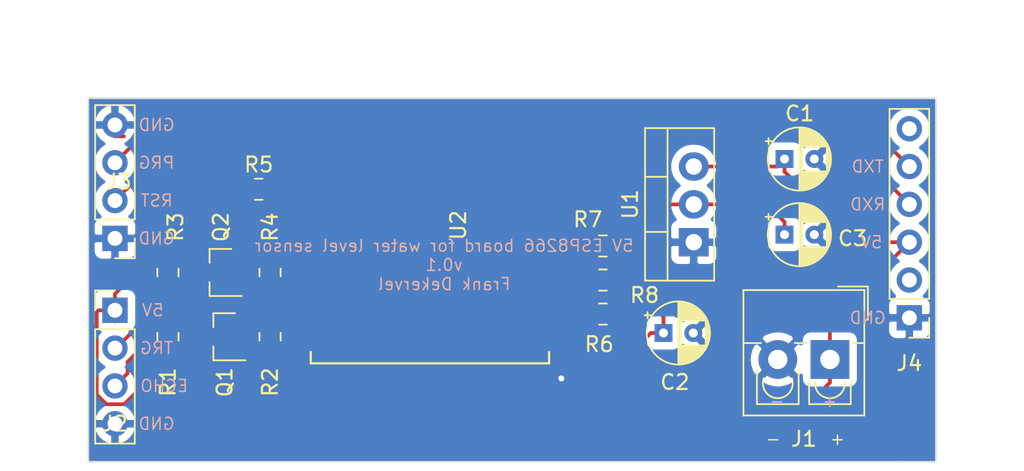
<source format=kicad_pcb>
(kicad_pcb (version 20171130) (host pcbnew 5.1.5+dfsg1-2build2)

  (general
    (thickness 1.6002)
    (drawings 22)
    (tracks 109)
    (zones 0)
    (modules 19)
    (nets 15)
  )

  (page A4)
  (title_block
    (rev 1)
  )

  (layers
    (0 Front signal)
    (31 Back signal hide)
    (34 B.Paste user)
    (35 F.Paste user)
    (36 B.SilkS user)
    (37 F.SilkS user)
    (38 B.Mask user)
    (39 F.Mask user)
    (44 Edge.Cuts user)
    (45 Margin user)
    (46 B.CrtYd user)
    (47 F.CrtYd user)
    (49 F.Fab user)
  )

  (setup
    (last_trace_width 0.25)
    (user_trace_width 0.1)
    (user_trace_width 0.2)
    (user_trace_width 0.5)
    (trace_clearance 0.25)
    (zone_clearance 0.508)
    (zone_45_only no)
    (trace_min 0.1)
    (via_size 0.8)
    (via_drill 0.4)
    (via_min_size 0.45)
    (via_min_drill 0.2)
    (user_via 0.45 0.2)
    (user_via 0.8 0.4)
    (uvia_size 0.8)
    (uvia_drill 0.4)
    (uvias_allowed no)
    (uvia_min_size 0)
    (uvia_min_drill 0)
    (edge_width 0.1)
    (segment_width 0.1)
    (pcb_text_width 0.3)
    (pcb_text_size 1.5 1.5)
    (mod_edge_width 0.1)
    (mod_text_size 0.8 0.8)
    (mod_text_width 0.1)
    (pad_size 1.524 1.524)
    (pad_drill 0.762)
    (pad_to_mask_clearance 0)
    (solder_mask_min_width 0.1)
    (aux_axis_origin 0 0)
    (visible_elements FFFFFF7F)
    (pcbplotparams
      (layerselection 0x010fc_ffffffff)
      (usegerberextensions false)
      (usegerberattributes false)
      (usegerberadvancedattributes false)
      (creategerberjobfile false)
      (excludeedgelayer true)
      (linewidth 0.152400)
      (plotframeref false)
      (viasonmask false)
      (mode 1)
      (useauxorigin false)
      (hpglpennumber 1)
      (hpglpenspeed 20)
      (hpglpendiameter 15.000000)
      (psnegative false)
      (psa4output false)
      (plotreference true)
      (plotvalue false)
      (plotinvisibletext false)
      (padsonsilk false)
      (subtractmaskfromsilk true)
      (outputformat 1)
      (mirror false)
      (drillshape 0)
      (scaleselection 1)
      (outputdirectory "./gerbers_for_aisler"))
  )

  (net 0 "")
  (net 1 GND)
  (net 2 VIN)
  (net 3 VCC)
  (net 4 GPIO13_5V)
  (net 5 GPIO12_5V)
  (net 6 PROGRAM)
  (net 7 RESET)
  (net 8 TXD)
  (net 9 RXD)
  (net 10 /gpio13_3v3)
  (net 11 /gpio12_3v3)
  (net 12 /chpd)
  (net 13 /gpio2)
  (net 14 /gpio15)

  (net_class Default "This is the default net class."
    (clearance 0.25)
    (trace_width 0.25)
    (via_dia 0.8)
    (via_drill 0.4)
    (uvia_dia 0.8)
    (uvia_drill 0.4)
    (diff_pair_width 0.25)
    (diff_pair_gap 0.25)
    (add_net /chpd)
    (add_net /gpio12_3v3)
    (add_net /gpio13_3v3)
    (add_net /gpio15)
    (add_net /gpio2)
    (add_net GND)
    (add_net GPIO12_5V)
    (add_net GPIO13_5V)
    (add_net PROGRAM)
    (add_net RESET)
    (add_net RXD)
    (add_net TXD)
    (add_net VCC)
    (add_net VIN)
  )

  (net_class Min "This is the bare minimum allowed."
    (clearance 0.1)
    (trace_width 0.1)
    (via_dia 0.45)
    (via_drill 0.2)
    (uvia_dia 0.45)
    (uvia_drill 0.2)
    (diff_pair_width 0.12)
    (diff_pair_gap 0.12)
  )

  (module Connector_PinHeader_2.54mm:PinHeader_1x06_P2.54mm_Vertical (layer Front) (tedit 59FED5CC) (tstamp 5F368EC1)
    (at 150.114 107.188 180)
    (descr "Through hole straight pin header, 1x06, 2.54mm pitch, single row")
    (tags "Through hole pin header THT 1x06 2.54mm single row")
    (path /5F3FD5DC)
    (fp_text reference J4 (at 0 -3.048) (layer F.SilkS)
      (effects (font (size 1 1) (thickness 0.15)))
    )
    (fp_text value Conn_01x06_Female (at 0 15.03) (layer F.Fab)
      (effects (font (size 1 1) (thickness 0.15)))
    )
    (fp_text user %R (at 0 6.35 90) (layer F.Fab)
      (effects (font (size 1 1) (thickness 0.15)))
    )
    (fp_line (start 1.8 -1.8) (end -1.8 -1.8) (layer F.CrtYd) (width 0.05))
    (fp_line (start 1.8 14.5) (end 1.8 -1.8) (layer F.CrtYd) (width 0.05))
    (fp_line (start -1.8 14.5) (end 1.8 14.5) (layer F.CrtYd) (width 0.05))
    (fp_line (start -1.8 -1.8) (end -1.8 14.5) (layer F.CrtYd) (width 0.05))
    (fp_line (start -1.33 -1.33) (end 0 -1.33) (layer F.SilkS) (width 0.12))
    (fp_line (start -1.33 0) (end -1.33 -1.33) (layer F.SilkS) (width 0.12))
    (fp_line (start -1.33 1.27) (end 1.33 1.27) (layer F.SilkS) (width 0.12))
    (fp_line (start 1.33 1.27) (end 1.33 14.03) (layer F.SilkS) (width 0.12))
    (fp_line (start -1.33 1.27) (end -1.33 14.03) (layer F.SilkS) (width 0.12))
    (fp_line (start -1.33 14.03) (end 1.33 14.03) (layer F.SilkS) (width 0.12))
    (fp_line (start -1.27 -0.635) (end -0.635 -1.27) (layer F.Fab) (width 0.1))
    (fp_line (start -1.27 13.97) (end -1.27 -0.635) (layer F.Fab) (width 0.1))
    (fp_line (start 1.27 13.97) (end -1.27 13.97) (layer F.Fab) (width 0.1))
    (fp_line (start 1.27 -1.27) (end 1.27 13.97) (layer F.Fab) (width 0.1))
    (fp_line (start -0.635 -1.27) (end 1.27 -1.27) (layer F.Fab) (width 0.1))
    (pad 6 thru_hole oval (at 0 12.7 180) (size 1.7 1.7) (drill 1) (layers *.Cu *.Mask))
    (pad 5 thru_hole oval (at 0 10.16 180) (size 1.7 1.7) (drill 1) (layers *.Cu *.Mask)
      (net 8 TXD))
    (pad 4 thru_hole oval (at 0 7.62 180) (size 1.7 1.7) (drill 1) (layers *.Cu *.Mask)
      (net 9 RXD))
    (pad 3 thru_hole oval (at 0 5.08 180) (size 1.7 1.7) (drill 1) (layers *.Cu *.Mask)
      (net 2 VIN))
    (pad 2 thru_hole oval (at 0 2.54 180) (size 1.7 1.7) (drill 1) (layers *.Cu *.Mask))
    (pad 1 thru_hole rect (at 0 0 180) (size 1.7 1.7) (drill 1) (layers *.Cu *.Mask)
      (net 1 GND))
    (model ${KISYS3DMOD}/Connector_PinHeader_2.54mm.3dshapes/PinHeader_1x06_P2.54mm_Vertical.wrl
      (at (xyz 0 0 0))
      (scale (xyz 1 1 1))
      (rotate (xyz 0 0 0))
    )
  )

  (module Connector_PinHeader_2.54mm:PinHeader_1x04_P2.54mm_Vertical (layer Front) (tedit 59FED5CC) (tstamp 5F368EA5)
    (at 96.774 101.854 180)
    (descr "Through hole straight pin header, 1x04, 2.54mm pitch, single row")
    (tags "Through hole pin header THT 1x04 2.54mm single row")
    (path /5F3FD5F1)
    (fp_text reference J3 (at -0.254 3.81) (layer F.SilkS)
      (effects (font (size 1 1) (thickness 0.15)))
    )
    (fp_text value Conn_01x04_Male (at 0 9.95) (layer F.Fab)
      (effects (font (size 1 1) (thickness 0.15)))
    )
    (fp_text user %R (at 0 3.81 90) (layer F.Fab)
      (effects (font (size 1 1) (thickness 0.15)))
    )
    (fp_line (start 1.8 -1.8) (end -1.8 -1.8) (layer F.CrtYd) (width 0.05))
    (fp_line (start 1.8 9.4) (end 1.8 -1.8) (layer F.CrtYd) (width 0.05))
    (fp_line (start -1.8 9.4) (end 1.8 9.4) (layer F.CrtYd) (width 0.05))
    (fp_line (start -1.8 -1.8) (end -1.8 9.4) (layer F.CrtYd) (width 0.05))
    (fp_line (start -1.33 -1.33) (end 0 -1.33) (layer F.SilkS) (width 0.12))
    (fp_line (start -1.33 0) (end -1.33 -1.33) (layer F.SilkS) (width 0.12))
    (fp_line (start -1.33 1.27) (end 1.33 1.27) (layer F.SilkS) (width 0.12))
    (fp_line (start 1.33 1.27) (end 1.33 8.95) (layer F.SilkS) (width 0.12))
    (fp_line (start -1.33 1.27) (end -1.33 8.95) (layer F.SilkS) (width 0.12))
    (fp_line (start -1.33 8.95) (end 1.33 8.95) (layer F.SilkS) (width 0.12))
    (fp_line (start -1.27 -0.635) (end -0.635 -1.27) (layer F.Fab) (width 0.1))
    (fp_line (start -1.27 8.89) (end -1.27 -0.635) (layer F.Fab) (width 0.1))
    (fp_line (start 1.27 8.89) (end -1.27 8.89) (layer F.Fab) (width 0.1))
    (fp_line (start 1.27 -1.27) (end 1.27 8.89) (layer F.Fab) (width 0.1))
    (fp_line (start -0.635 -1.27) (end 1.27 -1.27) (layer F.Fab) (width 0.1))
    (pad 4 thru_hole oval (at 0 7.62 180) (size 1.7 1.7) (drill 1) (layers *.Cu *.Mask)
      (net 1 GND))
    (pad 3 thru_hole oval (at 0 5.08 180) (size 1.7 1.7) (drill 1) (layers *.Cu *.Mask)
      (net 6 PROGRAM))
    (pad 2 thru_hole oval (at 0 2.54 180) (size 1.7 1.7) (drill 1) (layers *.Cu *.Mask)
      (net 7 RESET))
    (pad 1 thru_hole rect (at 0 0 180) (size 1.7 1.7) (drill 1) (layers *.Cu *.Mask)
      (net 1 GND))
    (model ${KISYS3DMOD}/Connector_PinHeader_2.54mm.3dshapes/PinHeader_1x04_P2.54mm_Vertical.wrl
      (at (xyz 0 0 0))
      (scale (xyz 1 1 1))
      (rotate (xyz 0 0 0))
    )
  )

  (module Connector_PinHeader_2.54mm:PinHeader_1x04_P2.54mm_Vertical (layer Front) (tedit 59FED5CC) (tstamp 5F368E8B)
    (at 96.774 106.68)
    (descr "Through hole straight pin header, 1x04, 2.54mm pitch, single row")
    (tags "Through hole pin header THT 1x04 2.54mm single row")
    (path /5F3FD5B5)
    (fp_text reference J2 (at 0 7.62) (layer F.SilkS)
      (effects (font (size 1 1) (thickness 0.15)))
    )
    (fp_text value Conn_01x04_Female (at 0 9.95) (layer F.Fab)
      (effects (font (size 1 1) (thickness 0.15)))
    )
    (fp_text user %R (at 0 3.81 90) (layer F.Fab)
      (effects (font (size 1 1) (thickness 0.15)))
    )
    (fp_line (start 1.8 -1.8) (end -1.8 -1.8) (layer F.CrtYd) (width 0.05))
    (fp_line (start 1.8 9.4) (end 1.8 -1.8) (layer F.CrtYd) (width 0.05))
    (fp_line (start -1.8 9.4) (end 1.8 9.4) (layer F.CrtYd) (width 0.05))
    (fp_line (start -1.8 -1.8) (end -1.8 9.4) (layer F.CrtYd) (width 0.05))
    (fp_line (start -1.33 -1.33) (end 0 -1.33) (layer F.SilkS) (width 0.12))
    (fp_line (start -1.33 0) (end -1.33 -1.33) (layer F.SilkS) (width 0.12))
    (fp_line (start -1.33 1.27) (end 1.33 1.27) (layer F.SilkS) (width 0.12))
    (fp_line (start 1.33 1.27) (end 1.33 8.95) (layer F.SilkS) (width 0.12))
    (fp_line (start -1.33 1.27) (end -1.33 8.95) (layer F.SilkS) (width 0.12))
    (fp_line (start -1.33 8.95) (end 1.33 8.95) (layer F.SilkS) (width 0.12))
    (fp_line (start -1.27 -0.635) (end -0.635 -1.27) (layer F.Fab) (width 0.1))
    (fp_line (start -1.27 8.89) (end -1.27 -0.635) (layer F.Fab) (width 0.1))
    (fp_line (start 1.27 8.89) (end -1.27 8.89) (layer F.Fab) (width 0.1))
    (fp_line (start 1.27 -1.27) (end 1.27 8.89) (layer F.Fab) (width 0.1))
    (fp_line (start -0.635 -1.27) (end 1.27 -1.27) (layer F.Fab) (width 0.1))
    (pad 4 thru_hole oval (at 0 7.62) (size 1.7 1.7) (drill 1) (layers *.Cu *.Mask)
      (net 1 GND))
    (pad 3 thru_hole oval (at 0 5.08) (size 1.7 1.7) (drill 1) (layers *.Cu *.Mask)
      (net 4 GPIO13_5V))
    (pad 2 thru_hole oval (at 0 2.54) (size 1.7 1.7) (drill 1) (layers *.Cu *.Mask)
      (net 5 GPIO12_5V))
    (pad 1 thru_hole rect (at 0 0) (size 1.7 1.7) (drill 1) (layers *.Cu *.Mask)
      (net 2 VIN))
    (model ${KISYS3DMOD}/Connector_PinHeader_2.54mm.3dshapes/PinHeader_1x04_P2.54mm_Vertical.wrl
      (at (xyz 0 0 0))
      (scale (xyz 1 1 1))
      (rotate (xyz 0 0 0))
    )
  )

  (module esp:ESP-12E_SMD (layer Front) (tedit 58FB7FFE) (tstamp 5F368FBB)
    (at 110.935199 94.62)
    (descr "Module, ESP-8266, ESP-12, 16 pad, SMD")
    (tags "Module ESP-8266 ESP8266")
    (path /5F3FF50E)
    (fp_text reference U2 (at 8.89 6.35 90) (layer F.SilkS)
      (effects (font (size 1 1) (thickness 0.15)))
    )
    (fp_text value ESP-12E (at 5.08 6.35 90) (layer F.Fab) hide
      (effects (font (size 1 1) (thickness 0.15)))
    )
    (fp_line (start -1.008 -8.4) (end 14.992 -8.4) (layer F.Fab) (width 0.05))
    (fp_line (start -1.008 15.6) (end -1.008 -8.4) (layer F.Fab) (width 0.05))
    (fp_line (start 14.992 15.6) (end -1.008 15.6) (layer F.Fab) (width 0.05))
    (fp_line (start 15 -8.4) (end 15 15.6) (layer F.Fab) (width 0.05))
    (fp_line (start -1.008 -2.6) (end 14.992 -2.6) (layer F.CrtYd) (width 0.1524))
    (fp_text user "No Copper" (at 6.892 -5.4) (layer F.CrtYd)
      (effects (font (size 1 1) (thickness 0.15)))
    )
    (fp_line (start -1.008 -8.4) (end 14.992 -2.6) (layer F.CrtYd) (width 0.1524))
    (fp_line (start 14.992 -8.4) (end -1.008 -2.6) (layer F.CrtYd) (width 0.1524))
    (fp_line (start 14.986 15.621) (end 14.986 14.859) (layer F.SilkS) (width 0.1524))
    (fp_line (start -1.016 15.621) (end 14.986 15.621) (layer F.SilkS) (width 0.1524))
    (fp_line (start -1.016 14.859) (end -1.016 15.621) (layer F.SilkS) (width 0.1524))
    (fp_line (start -1.016 -8.382) (end -1.016 -1.016) (layer F.CrtYd) (width 0.1524))
    (fp_line (start 14.986 -8.382) (end 14.986 -0.889) (layer F.CrtYd) (width 0.1524))
    (fp_line (start -1.016 -8.382) (end 14.986 -8.382) (layer F.CrtYd) (width 0.1524))
    (fp_line (start -2.25 16) (end -2.25 -0.5) (layer F.CrtYd) (width 0.05))
    (fp_line (start 16.25 16) (end -2.25 16) (layer F.CrtYd) (width 0.05))
    (fp_line (start 16.25 -8.75) (end 16.25 16) (layer F.CrtYd) (width 0.05))
    (fp_line (start 15.25 -8.75) (end 16.25 -8.75) (layer F.CrtYd) (width 0.05))
    (fp_line (start -2.25 -8.75) (end 15.25 -8.75) (layer F.CrtYd) (width 0.05))
    (fp_line (start -2.25 -0.5) (end -2.25 -8.75) (layer F.CrtYd) (width 0.05))
    (pad 22 smd rect (at 11.99 15 90) (size 2.5 1.1) (drill (offset -0.7 0)) (layers Front F.Paste F.Mask))
    (pad 21 smd rect (at 9.99 15 90) (size 2.5 1.1) (drill (offset -0.7 0)) (layers Front F.Paste F.Mask))
    (pad 20 smd rect (at 7.99 15 90) (size 2.5 1.1) (drill (offset -0.7 0)) (layers Front F.Paste F.Mask))
    (pad 19 smd rect (at 5.99 15 90) (size 2.5 1.1) (drill (offset -0.7 0)) (layers Front F.Paste F.Mask))
    (pad 18 smd rect (at 3.99 15 90) (size 2.5 1.1) (drill (offset -0.7 0)) (layers Front F.Paste F.Mask))
    (pad 17 smd rect (at 1.99 15 90) (size 2.5 1.1) (drill (offset -0.7 0)) (layers Front F.Paste F.Mask))
    (pad 16 smd rect (at 14 0) (size 2.5 1.1) (drill (offset 0.7 0)) (layers Front F.Paste F.Mask)
      (net 8 TXD))
    (pad 15 smd rect (at 14 2) (size 2.5 1.1) (drill (offset 0.7 0)) (layers Front F.Paste F.Mask)
      (net 9 RXD))
    (pad 14 smd rect (at 14 4) (size 2.5 1.1) (drill (offset 0.7 0)) (layers Front F.Paste F.Mask))
    (pad 13 smd rect (at 14 6) (size 2.5 1.1) (drill (offset 0.7 0)) (layers Front F.Paste F.Mask))
    (pad 12 smd rect (at 14 8) (size 2.5 1.1) (drill (offset 0.7 0)) (layers Front F.Paste F.Mask)
      (net 6 PROGRAM))
    (pad 11 smd rect (at 14 10) (size 2.5 1.1) (drill (offset 0.7 0)) (layers Front F.Paste F.Mask)
      (net 13 /gpio2))
    (pad 10 smd rect (at 14 12) (size 2.5 1.1) (drill (offset 0.7 0)) (layers Front F.Paste F.Mask)
      (net 14 /gpio15))
    (pad 9 smd rect (at 14 14) (size 2.5 1.1) (drill (offset 0.7 0)) (layers Front F.Paste F.Mask)
      (net 1 GND))
    (pad 8 smd rect (at 0 14) (size 2.5 1.1) (drill (offset -0.7 0)) (layers Front F.Paste F.Mask)
      (net 3 VCC))
    (pad 7 smd rect (at 0 12) (size 2.5 1.1) (drill (offset -0.7 0)) (layers Front F.Paste F.Mask)
      (net 10 /gpio13_3v3))
    (pad 6 smd rect (at 0 10) (size 2.5 1.1) (drill (offset -0.7 0)) (layers Front F.Paste F.Mask)
      (net 11 /gpio12_3v3))
    (pad 5 smd rect (at 0 8) (size 2.5 1.1) (drill (offset -0.7 0)) (layers Front F.Paste F.Mask))
    (pad 4 smd rect (at 0 6) (size 2.5 1.1) (drill (offset -0.7 0)) (layers Front F.Paste F.Mask))
    (pad 3 smd rect (at 0 4) (size 2.5 1.1) (drill (offset -0.7 0)) (layers Front F.Paste F.Mask)
      (net 12 /chpd))
    (pad 2 smd rect (at 0 2) (size 2.5 1.1) (drill (offset -0.7 0)) (layers Front F.Paste F.Mask))
    (pad 1 smd rect (at 0 0) (size 2.5 1.1) (drill (offset -0.7 0)) (layers Front F.Paste F.Mask)
      (net 7 RESET))
    (model ${ESPLIB}/ESP8266.3dshapes/ESP-12.wrl
      (at (xyz 0 0 0))
      (scale (xyz 0.3937 0.3937 0.3937))
      (rotate (xyz 0 0 0))
    )
  )

  (module Package_TO_SOT_THT:TO-220-3_Vertical (layer Front) (tedit 5AC8BA0D) (tstamp 5F368F8D)
    (at 135.636 102.108 90)
    (descr "TO-220-3, Vertical, RM 2.54mm, see https://www.vishay.com/docs/66542/to-220-1.pdf")
    (tags "TO-220-3 Vertical RM 2.54mm")
    (path /5F3FD4D2)
    (fp_text reference U1 (at 2.54 -4.27 90) (layer F.SilkS)
      (effects (font (size 1 1) (thickness 0.15)))
    )
    (fp_text value LM1117-3.3 (at 2.54 2.5 90) (layer F.Fab)
      (effects (font (size 1 1) (thickness 0.15)))
    )
    (fp_text user %R (at 2.54 -4.27 90) (layer F.Fab)
      (effects (font (size 1 1) (thickness 0.15)))
    )
    (fp_line (start 7.79 -3.4) (end -2.71 -3.4) (layer F.CrtYd) (width 0.05))
    (fp_line (start 7.79 1.51) (end 7.79 -3.4) (layer F.CrtYd) (width 0.05))
    (fp_line (start -2.71 1.51) (end 7.79 1.51) (layer F.CrtYd) (width 0.05))
    (fp_line (start -2.71 -3.4) (end -2.71 1.51) (layer F.CrtYd) (width 0.05))
    (fp_line (start 4.391 -3.27) (end 4.391 -1.76) (layer F.SilkS) (width 0.12))
    (fp_line (start 0.69 -3.27) (end 0.69 -1.76) (layer F.SilkS) (width 0.12))
    (fp_line (start -2.58 -1.76) (end 7.66 -1.76) (layer F.SilkS) (width 0.12))
    (fp_line (start 7.66 -3.27) (end 7.66 1.371) (layer F.SilkS) (width 0.12))
    (fp_line (start -2.58 -3.27) (end -2.58 1.371) (layer F.SilkS) (width 0.12))
    (fp_line (start -2.58 1.371) (end 7.66 1.371) (layer F.SilkS) (width 0.12))
    (fp_line (start -2.58 -3.27) (end 7.66 -3.27) (layer F.SilkS) (width 0.12))
    (fp_line (start 4.39 -3.15) (end 4.39 -1.88) (layer F.Fab) (width 0.1))
    (fp_line (start 0.69 -3.15) (end 0.69 -1.88) (layer F.Fab) (width 0.1))
    (fp_line (start -2.46 -1.88) (end 7.54 -1.88) (layer F.Fab) (width 0.1))
    (fp_line (start 7.54 -3.15) (end -2.46 -3.15) (layer F.Fab) (width 0.1))
    (fp_line (start 7.54 1.25) (end 7.54 -3.15) (layer F.Fab) (width 0.1))
    (fp_line (start -2.46 1.25) (end 7.54 1.25) (layer F.Fab) (width 0.1))
    (fp_line (start -2.46 -3.15) (end -2.46 1.25) (layer F.Fab) (width 0.1))
    (pad 3 thru_hole oval (at 5.08 0 90) (size 1.905 2) (drill 1.1) (layers *.Cu *.Mask)
      (net 2 VIN))
    (pad 2 thru_hole oval (at 2.54 0 90) (size 1.905 2) (drill 1.1) (layers *.Cu *.Mask)
      (net 3 VCC))
    (pad 1 thru_hole rect (at 0 0 90) (size 1.905 2) (drill 1.1) (layers *.Cu *.Mask)
      (net 1 GND))
    (model ${KISYS3DMOD}/Package_TO_SOT_THT.3dshapes/TO-220-3_Vertical.wrl
      (at (xyz 0 0 0))
      (scale (xyz 1 1 1))
      (rotate (xyz 0 0 0))
    )
  )

  (module Resistor_SMD:R_0805_2012Metric_Pad1.15x1.40mm_HandSolder (layer Front) (tedit 5B36C52B) (tstamp 5F368F73)
    (at 129.54 104.648 180)
    (descr "Resistor SMD 0805 (2012 Metric), square (rectangular) end terminal, IPC_7351 nominal with elongated pad for handsoldering. (Body size source: https://docs.google.com/spreadsheets/d/1BsfQQcO9C6DZCsRaXUlFlo91Tg2WpOkGARC1WS5S8t0/edit?usp=sharing), generated with kicad-footprint-generator")
    (tags "resistor handsolder")
    (path /5F3FD57C)
    (attr smd)
    (fp_text reference R8 (at -2.794 -1.016) (layer F.SilkS)
      (effects (font (size 1 1) (thickness 0.15)))
    )
    (fp_text value 10K (at 0 1.65) (layer F.Fab)
      (effects (font (size 1 1) (thickness 0.15)))
    )
    (fp_text user %R (at 0 0) (layer F.Fab)
      (effects (font (size 0.5 0.5) (thickness 0.08)))
    )
    (fp_line (start 1.85 0.95) (end -1.85 0.95) (layer F.CrtYd) (width 0.05))
    (fp_line (start 1.85 -0.95) (end 1.85 0.95) (layer F.CrtYd) (width 0.05))
    (fp_line (start -1.85 -0.95) (end 1.85 -0.95) (layer F.CrtYd) (width 0.05))
    (fp_line (start -1.85 0.95) (end -1.85 -0.95) (layer F.CrtYd) (width 0.05))
    (fp_line (start -0.261252 0.71) (end 0.261252 0.71) (layer F.SilkS) (width 0.12))
    (fp_line (start -0.261252 -0.71) (end 0.261252 -0.71) (layer F.SilkS) (width 0.12))
    (fp_line (start 1 0.6) (end -1 0.6) (layer F.Fab) (width 0.1))
    (fp_line (start 1 -0.6) (end 1 0.6) (layer F.Fab) (width 0.1))
    (fp_line (start -1 -0.6) (end 1 -0.6) (layer F.Fab) (width 0.1))
    (fp_line (start -1 0.6) (end -1 -0.6) (layer F.Fab) (width 0.1))
    (pad 2 smd roundrect (at 1.025 0 180) (size 1.15 1.4) (layers Front F.Paste F.Mask) (roundrect_rratio 0.217391)
      (net 13 /gpio2))
    (pad 1 smd roundrect (at -1.025 0 180) (size 1.15 1.4) (layers Front F.Paste F.Mask) (roundrect_rratio 0.217391)
      (net 3 VCC))
    (model ${KISYS3DMOD}/Resistor_SMD.3dshapes/R_0805_2012Metric.wrl
      (at (xyz 0 0 0))
      (scale (xyz 1 1 1))
      (rotate (xyz 0 0 0))
    )
  )

  (module Resistor_SMD:R_0805_2012Metric_Pad1.15x1.40mm_HandSolder (layer Front) (tedit 5B36C52B) (tstamp 5F368F62)
    (at 129.54 102.362 180)
    (descr "Resistor SMD 0805 (2012 Metric), square (rectangular) end terminal, IPC_7351 nominal with elongated pad for handsoldering. (Body size source: https://docs.google.com/spreadsheets/d/1BsfQQcO9C6DZCsRaXUlFlo91Tg2WpOkGARC1WS5S8t0/edit?usp=sharing), generated with kicad-footprint-generator")
    (tags "resistor handsolder")
    (path /5F3FD590)
    (attr smd)
    (fp_text reference R7 (at 1.016 1.778) (layer F.SilkS)
      (effects (font (size 1 1) (thickness 0.15)))
    )
    (fp_text value 10K (at 0 1.65) (layer F.Fab)
      (effects (font (size 1 1) (thickness 0.15)))
    )
    (fp_text user %R (at 0 0) (layer F.Fab)
      (effects (font (size 0.5 0.5) (thickness 0.08)))
    )
    (fp_line (start 1.85 0.95) (end -1.85 0.95) (layer F.CrtYd) (width 0.05))
    (fp_line (start 1.85 -0.95) (end 1.85 0.95) (layer F.CrtYd) (width 0.05))
    (fp_line (start -1.85 -0.95) (end 1.85 -0.95) (layer F.CrtYd) (width 0.05))
    (fp_line (start -1.85 0.95) (end -1.85 -0.95) (layer F.CrtYd) (width 0.05))
    (fp_line (start -0.261252 0.71) (end 0.261252 0.71) (layer F.SilkS) (width 0.12))
    (fp_line (start -0.261252 -0.71) (end 0.261252 -0.71) (layer F.SilkS) (width 0.12))
    (fp_line (start 1 0.6) (end -1 0.6) (layer F.Fab) (width 0.1))
    (fp_line (start 1 -0.6) (end 1 0.6) (layer F.Fab) (width 0.1))
    (fp_line (start -1 -0.6) (end 1 -0.6) (layer F.Fab) (width 0.1))
    (fp_line (start -1 0.6) (end -1 -0.6) (layer F.Fab) (width 0.1))
    (pad 2 smd roundrect (at 1.025 0 180) (size 1.15 1.4) (layers Front F.Paste F.Mask) (roundrect_rratio 0.217391)
      (net 6 PROGRAM))
    (pad 1 smd roundrect (at -1.025 0 180) (size 1.15 1.4) (layers Front F.Paste F.Mask) (roundrect_rratio 0.217391)
      (net 3 VCC))
    (model ${KISYS3DMOD}/Resistor_SMD.3dshapes/R_0805_2012Metric.wrl
      (at (xyz 0 0 0))
      (scale (xyz 1 1 1))
      (rotate (xyz 0 0 0))
    )
  )

  (module Resistor_SMD:R_0805_2012Metric_Pad1.15x1.40mm_HandSolder (layer Front) (tedit 5B36C52B) (tstamp 5F368F51)
    (at 129.54 106.934)
    (descr "Resistor SMD 0805 (2012 Metric), square (rectangular) end terminal, IPC_7351 nominal with elongated pad for handsoldering. (Body size source: https://docs.google.com/spreadsheets/d/1BsfQQcO9C6DZCsRaXUlFlo91Tg2WpOkGARC1WS5S8t0/edit?usp=sharing), generated with kicad-footprint-generator")
    (tags "resistor handsolder")
    (path /5F3FD588)
    (attr smd)
    (fp_text reference R6 (at -0.254 2.032) (layer F.SilkS)
      (effects (font (size 1 1) (thickness 0.15)))
    )
    (fp_text value 10K (at 0 1.65) (layer F.Fab)
      (effects (font (size 1 1) (thickness 0.15)))
    )
    (fp_text user %R (at 0 0) (layer F.Fab)
      (effects (font (size 0.5 0.5) (thickness 0.08)))
    )
    (fp_line (start 1.85 0.95) (end -1.85 0.95) (layer F.CrtYd) (width 0.05))
    (fp_line (start 1.85 -0.95) (end 1.85 0.95) (layer F.CrtYd) (width 0.05))
    (fp_line (start -1.85 -0.95) (end 1.85 -0.95) (layer F.CrtYd) (width 0.05))
    (fp_line (start -1.85 0.95) (end -1.85 -0.95) (layer F.CrtYd) (width 0.05))
    (fp_line (start -0.261252 0.71) (end 0.261252 0.71) (layer F.SilkS) (width 0.12))
    (fp_line (start -0.261252 -0.71) (end 0.261252 -0.71) (layer F.SilkS) (width 0.12))
    (fp_line (start 1 0.6) (end -1 0.6) (layer F.Fab) (width 0.1))
    (fp_line (start 1 -0.6) (end 1 0.6) (layer F.Fab) (width 0.1))
    (fp_line (start -1 -0.6) (end 1 -0.6) (layer F.Fab) (width 0.1))
    (fp_line (start -1 0.6) (end -1 -0.6) (layer F.Fab) (width 0.1))
    (pad 2 smd roundrect (at 1.025 0) (size 1.15 1.4) (layers Front F.Paste F.Mask) (roundrect_rratio 0.217391)
      (net 1 GND))
    (pad 1 smd roundrect (at -1.025 0) (size 1.15 1.4) (layers Front F.Paste F.Mask) (roundrect_rratio 0.217391)
      (net 14 /gpio15))
    (model ${KISYS3DMOD}/Resistor_SMD.3dshapes/R_0805_2012Metric.wrl
      (at (xyz 0 0 0))
      (scale (xyz 1 1 1))
      (rotate (xyz 0 0 0))
    )
  )

  (module Resistor_SMD:R_0805_2012Metric_Pad1.15x1.40mm_HandSolder (layer Front) (tedit 5B36C52B) (tstamp 5F368F40)
    (at 106.426 98.552)
    (descr "Resistor SMD 0805 (2012 Metric), square (rectangular) end terminal, IPC_7351 nominal with elongated pad for handsoldering. (Body size source: https://docs.google.com/spreadsheets/d/1BsfQQcO9C6DZCsRaXUlFlo91Tg2WpOkGARC1WS5S8t0/edit?usp=sharing), generated with kicad-footprint-generator")
    (tags "resistor handsolder")
    (path /5F3FD56D)
    (attr smd)
    (fp_text reference R5 (at 0 -1.65) (layer F.SilkS)
      (effects (font (size 1 1) (thickness 0.15)))
    )
    (fp_text value 10K (at 0 1.65) (layer F.Fab)
      (effects (font (size 1 1) (thickness 0.15)))
    )
    (fp_text user %R (at 0 0) (layer F.Fab)
      (effects (font (size 0.5 0.5) (thickness 0.08)))
    )
    (fp_line (start 1.85 0.95) (end -1.85 0.95) (layer F.CrtYd) (width 0.05))
    (fp_line (start 1.85 -0.95) (end 1.85 0.95) (layer F.CrtYd) (width 0.05))
    (fp_line (start -1.85 -0.95) (end 1.85 -0.95) (layer F.CrtYd) (width 0.05))
    (fp_line (start -1.85 0.95) (end -1.85 -0.95) (layer F.CrtYd) (width 0.05))
    (fp_line (start -0.261252 0.71) (end 0.261252 0.71) (layer F.SilkS) (width 0.12))
    (fp_line (start -0.261252 -0.71) (end 0.261252 -0.71) (layer F.SilkS) (width 0.12))
    (fp_line (start 1 0.6) (end -1 0.6) (layer F.Fab) (width 0.1))
    (fp_line (start 1 -0.6) (end 1 0.6) (layer F.Fab) (width 0.1))
    (fp_line (start -1 -0.6) (end 1 -0.6) (layer F.Fab) (width 0.1))
    (fp_line (start -1 0.6) (end -1 -0.6) (layer F.Fab) (width 0.1))
    (pad 2 smd roundrect (at 1.025 0) (size 1.15 1.4) (layers Front F.Paste F.Mask) (roundrect_rratio 0.217391)
      (net 12 /chpd))
    (pad 1 smd roundrect (at -1.025 0) (size 1.15 1.4) (layers Front F.Paste F.Mask) (roundrect_rratio 0.217391)
      (net 3 VCC))
    (model ${KISYS3DMOD}/Resistor_SMD.3dshapes/R_0805_2012Metric.wrl
      (at (xyz 0 0 0))
      (scale (xyz 1 1 1))
      (rotate (xyz 0 0 0))
    )
  )

  (module Resistor_SMD:R_0805_2012Metric_Pad1.15x1.40mm_HandSolder (layer Front) (tedit 5B36C52B) (tstamp 5F368F2F)
    (at 107.188 104.14 90)
    (descr "Resistor SMD 0805 (2012 Metric), square (rectangular) end terminal, IPC_7351 nominal with elongated pad for handsoldering. (Body size source: https://docs.google.com/spreadsheets/d/1BsfQQcO9C6DZCsRaXUlFlo91Tg2WpOkGARC1WS5S8t0/edit?usp=sharing), generated with kicad-footprint-generator")
    (tags "resistor handsolder")
    (path /5F3FD4DA)
    (attr smd)
    (fp_text reference R4 (at 3.048 0 90) (layer F.SilkS)
      (effects (font (size 1 1) (thickness 0.15)))
    )
    (fp_text value 10K (at 0 1.65 90) (layer F.Fab)
      (effects (font (size 1 1) (thickness 0.15)))
    )
    (fp_text user %R (at 0 0 90) (layer F.Fab)
      (effects (font (size 0.5 0.5) (thickness 0.08)))
    )
    (fp_line (start 1.85 0.95) (end -1.85 0.95) (layer F.CrtYd) (width 0.05))
    (fp_line (start 1.85 -0.95) (end 1.85 0.95) (layer F.CrtYd) (width 0.05))
    (fp_line (start -1.85 -0.95) (end 1.85 -0.95) (layer F.CrtYd) (width 0.05))
    (fp_line (start -1.85 0.95) (end -1.85 -0.95) (layer F.CrtYd) (width 0.05))
    (fp_line (start -0.261252 0.71) (end 0.261252 0.71) (layer F.SilkS) (width 0.12))
    (fp_line (start -0.261252 -0.71) (end 0.261252 -0.71) (layer F.SilkS) (width 0.12))
    (fp_line (start 1 0.6) (end -1 0.6) (layer F.Fab) (width 0.1))
    (fp_line (start 1 -0.6) (end 1 0.6) (layer F.Fab) (width 0.1))
    (fp_line (start -1 -0.6) (end 1 -0.6) (layer F.Fab) (width 0.1))
    (fp_line (start -1 0.6) (end -1 -0.6) (layer F.Fab) (width 0.1))
    (pad 2 smd roundrect (at 1.025 0 90) (size 1.15 1.4) (layers Front F.Paste F.Mask) (roundrect_rratio 0.217391)
      (net 11 /gpio12_3v3))
    (pad 1 smd roundrect (at -1.025 0 90) (size 1.15 1.4) (layers Front F.Paste F.Mask) (roundrect_rratio 0.217391)
      (net 3 VCC))
    (model ${KISYS3DMOD}/Resistor_SMD.3dshapes/R_0805_2012Metric.wrl
      (at (xyz 0 0 0))
      (scale (xyz 1 1 1))
      (rotate (xyz 0 0 0))
    )
  )

  (module Resistor_SMD:R_0805_2012Metric_Pad1.15x1.40mm_HandSolder (layer Front) (tedit 5B36C52B) (tstamp 5F368F1E)
    (at 100.33 104.14 270)
    (descr "Resistor SMD 0805 (2012 Metric), square (rectangular) end terminal, IPC_7351 nominal with elongated pad for handsoldering. (Body size source: https://docs.google.com/spreadsheets/d/1BsfQQcO9C6DZCsRaXUlFlo91Tg2WpOkGARC1WS5S8t0/edit?usp=sharing), generated with kicad-footprint-generator")
    (tags "resistor handsolder")
    (path /5F3FD515)
    (attr smd)
    (fp_text reference R3 (at -3.048 -0.508 90) (layer F.SilkS)
      (effects (font (size 1 1) (thickness 0.15)))
    )
    (fp_text value 10K (at 0 1.65 90) (layer F.Fab)
      (effects (font (size 1 1) (thickness 0.15)))
    )
    (fp_text user %R (at 0 0 90) (layer F.Fab)
      (effects (font (size 0.5 0.5) (thickness 0.08)))
    )
    (fp_line (start 1.85 0.95) (end -1.85 0.95) (layer F.CrtYd) (width 0.05))
    (fp_line (start 1.85 -0.95) (end 1.85 0.95) (layer F.CrtYd) (width 0.05))
    (fp_line (start -1.85 -0.95) (end 1.85 -0.95) (layer F.CrtYd) (width 0.05))
    (fp_line (start -1.85 0.95) (end -1.85 -0.95) (layer F.CrtYd) (width 0.05))
    (fp_line (start -0.261252 0.71) (end 0.261252 0.71) (layer F.SilkS) (width 0.12))
    (fp_line (start -0.261252 -0.71) (end 0.261252 -0.71) (layer F.SilkS) (width 0.12))
    (fp_line (start 1 0.6) (end -1 0.6) (layer F.Fab) (width 0.1))
    (fp_line (start 1 -0.6) (end 1 0.6) (layer F.Fab) (width 0.1))
    (fp_line (start -1 -0.6) (end 1 -0.6) (layer F.Fab) (width 0.1))
    (fp_line (start -1 0.6) (end -1 -0.6) (layer F.Fab) (width 0.1))
    (pad 2 smd roundrect (at 1.025 0 270) (size 1.15 1.4) (layers Front F.Paste F.Mask) (roundrect_rratio 0.217391)
      (net 5 GPIO12_5V))
    (pad 1 smd roundrect (at -1.025 0 270) (size 1.15 1.4) (layers Front F.Paste F.Mask) (roundrect_rratio 0.217391)
      (net 2 VIN))
    (model ${KISYS3DMOD}/Resistor_SMD.3dshapes/R_0805_2012Metric.wrl
      (at (xyz 0 0 0))
      (scale (xyz 1 1 1))
      (rotate (xyz 0 0 0))
    )
  )

  (module Resistor_SMD:R_0805_2012Metric_Pad1.15x1.40mm_HandSolder (layer Front) (tedit 5B36C52B) (tstamp 5F368F0D)
    (at 107.188 108.458 90)
    (descr "Resistor SMD 0805 (2012 Metric), square (rectangular) end terminal, IPC_7351 nominal with elongated pad for handsoldering. (Body size source: https://docs.google.com/spreadsheets/d/1BsfQQcO9C6DZCsRaXUlFlo91Tg2WpOkGARC1WS5S8t0/edit?usp=sharing), generated with kicad-footprint-generator")
    (tags "resistor handsolder")
    (path /5F3FD4E2)
    (attr smd)
    (fp_text reference R2 (at -3.048 0 90) (layer F.SilkS)
      (effects (font (size 1 1) (thickness 0.15)))
    )
    (fp_text value 10K (at 0 1.65 90) (layer F.Fab)
      (effects (font (size 1 1) (thickness 0.15)))
    )
    (fp_text user %R (at 0 0 90) (layer F.Fab)
      (effects (font (size 0.5 0.5) (thickness 0.08)))
    )
    (fp_line (start 1.85 0.95) (end -1.85 0.95) (layer F.CrtYd) (width 0.05))
    (fp_line (start 1.85 -0.95) (end 1.85 0.95) (layer F.CrtYd) (width 0.05))
    (fp_line (start -1.85 -0.95) (end 1.85 -0.95) (layer F.CrtYd) (width 0.05))
    (fp_line (start -1.85 0.95) (end -1.85 -0.95) (layer F.CrtYd) (width 0.05))
    (fp_line (start -0.261252 0.71) (end 0.261252 0.71) (layer F.SilkS) (width 0.12))
    (fp_line (start -0.261252 -0.71) (end 0.261252 -0.71) (layer F.SilkS) (width 0.12))
    (fp_line (start 1 0.6) (end -1 0.6) (layer F.Fab) (width 0.1))
    (fp_line (start 1 -0.6) (end 1 0.6) (layer F.Fab) (width 0.1))
    (fp_line (start -1 -0.6) (end 1 -0.6) (layer F.Fab) (width 0.1))
    (fp_line (start -1 0.6) (end -1 -0.6) (layer F.Fab) (width 0.1))
    (pad 2 smd roundrect (at 1.025 0 90) (size 1.15 1.4) (layers Front F.Paste F.Mask) (roundrect_rratio 0.217391)
      (net 10 /gpio13_3v3))
    (pad 1 smd roundrect (at -1.025 0 90) (size 1.15 1.4) (layers Front F.Paste F.Mask) (roundrect_rratio 0.217391)
      (net 3 VCC))
    (model ${KISYS3DMOD}/Resistor_SMD.3dshapes/R_0805_2012Metric.wrl
      (at (xyz 0 0 0))
      (scale (xyz 1 1 1))
      (rotate (xyz 0 0 0))
    )
  )

  (module Resistor_SMD:R_0805_2012Metric_Pad1.15x1.40mm_HandSolder (layer Front) (tedit 5B36C52B) (tstamp 5F368EFC)
    (at 100.33 108.458 90)
    (descr "Resistor SMD 0805 (2012 Metric), square (rectangular) end terminal, IPC_7351 nominal with elongated pad for handsoldering. (Body size source: https://docs.google.com/spreadsheets/d/1BsfQQcO9C6DZCsRaXUlFlo91Tg2WpOkGARC1WS5S8t0/edit?usp=sharing), generated with kicad-footprint-generator")
    (tags "resistor handsolder")
    (path /5F3FD507)
    (attr smd)
    (fp_text reference R1 (at -3.048 0 270) (layer F.SilkS)
      (effects (font (size 1 1) (thickness 0.15)))
    )
    (fp_text value 10K (at 0 1.65 90) (layer F.Fab)
      (effects (font (size 1 1) (thickness 0.15)))
    )
    (fp_text user %R (at 0 0 90) (layer F.Fab)
      (effects (font (size 0.5 0.5) (thickness 0.08)))
    )
    (fp_line (start 1.85 0.95) (end -1.85 0.95) (layer F.CrtYd) (width 0.05))
    (fp_line (start 1.85 -0.95) (end 1.85 0.95) (layer F.CrtYd) (width 0.05))
    (fp_line (start -1.85 -0.95) (end 1.85 -0.95) (layer F.CrtYd) (width 0.05))
    (fp_line (start -1.85 0.95) (end -1.85 -0.95) (layer F.CrtYd) (width 0.05))
    (fp_line (start -0.261252 0.71) (end 0.261252 0.71) (layer F.SilkS) (width 0.12))
    (fp_line (start -0.261252 -0.71) (end 0.261252 -0.71) (layer F.SilkS) (width 0.12))
    (fp_line (start 1 0.6) (end -1 0.6) (layer F.Fab) (width 0.1))
    (fp_line (start 1 -0.6) (end 1 0.6) (layer F.Fab) (width 0.1))
    (fp_line (start -1 -0.6) (end 1 -0.6) (layer F.Fab) (width 0.1))
    (fp_line (start -1 0.6) (end -1 -0.6) (layer F.Fab) (width 0.1))
    (pad 2 smd roundrect (at 1.025 0 90) (size 1.15 1.4) (layers Front F.Paste F.Mask) (roundrect_rratio 0.217391)
      (net 4 GPIO13_5V))
    (pad 1 smd roundrect (at -1.025 0 90) (size 1.15 1.4) (layers Front F.Paste F.Mask) (roundrect_rratio 0.217391)
      (net 2 VIN))
    (model ${KISYS3DMOD}/Resistor_SMD.3dshapes/R_0805_2012Metric.wrl
      (at (xyz 0 0 0))
      (scale (xyz 1 1 1))
      (rotate (xyz 0 0 0))
    )
  )

  (module Package_TO_SOT_SMD:SOT-23 (layer Front) (tedit 5A02FF57) (tstamp 5F368EEB)
    (at 103.886 104.14 180)
    (descr "SOT-23, Standard")
    (tags SOT-23)
    (path /5F3FD4E8)
    (attr smd)
    (fp_text reference Q2 (at 0 3.048 90) (layer F.SilkS)
      (effects (font (size 1 1) (thickness 0.15)))
    )
    (fp_text value BSS138 (at 0 2.5) (layer F.Fab)
      (effects (font (size 1 1) (thickness 0.15)))
    )
    (fp_line (start 0.76 1.58) (end -0.7 1.58) (layer F.SilkS) (width 0.12))
    (fp_line (start 0.76 -1.58) (end -1.4 -1.58) (layer F.SilkS) (width 0.12))
    (fp_line (start -1.7 1.75) (end -1.7 -1.75) (layer F.CrtYd) (width 0.05))
    (fp_line (start 1.7 1.75) (end -1.7 1.75) (layer F.CrtYd) (width 0.05))
    (fp_line (start 1.7 -1.75) (end 1.7 1.75) (layer F.CrtYd) (width 0.05))
    (fp_line (start -1.7 -1.75) (end 1.7 -1.75) (layer F.CrtYd) (width 0.05))
    (fp_line (start 0.76 -1.58) (end 0.76 -0.65) (layer F.SilkS) (width 0.12))
    (fp_line (start 0.76 1.58) (end 0.76 0.65) (layer F.SilkS) (width 0.12))
    (fp_line (start -0.7 1.52) (end 0.7 1.52) (layer F.Fab) (width 0.1))
    (fp_line (start 0.7 -1.52) (end 0.7 1.52) (layer F.Fab) (width 0.1))
    (fp_line (start -0.7 -0.95) (end -0.15 -1.52) (layer F.Fab) (width 0.1))
    (fp_line (start -0.15 -1.52) (end 0.7 -1.52) (layer F.Fab) (width 0.1))
    (fp_line (start -0.7 -0.95) (end -0.7 1.5) (layer F.Fab) (width 0.1))
    (fp_text user %R (at 0 0 90) (layer F.Fab)
      (effects (font (size 0.5 0.5) (thickness 0.075)))
    )
    (pad 3 smd rect (at 1 0 180) (size 0.9 0.8) (layers Front F.Paste F.Mask)
      (net 5 GPIO12_5V))
    (pad 2 smd rect (at -1 0.95 180) (size 0.9 0.8) (layers Front F.Paste F.Mask)
      (net 11 /gpio12_3v3))
    (pad 1 smd rect (at -1 -0.95 180) (size 0.9 0.8) (layers Front F.Paste F.Mask)
      (net 3 VCC))
    (model ${KISYS3DMOD}/Package_TO_SOT_SMD.3dshapes/SOT-23.wrl
      (at (xyz 0 0 0))
      (scale (xyz 1 1 1))
      (rotate (xyz 0 0 0))
    )
  )

  (module Package_TO_SOT_SMD:SOT-23 (layer Front) (tedit 5A02FF57) (tstamp 5F368ED6)
    (at 104.14 108.458 180)
    (descr "SOT-23, Standard")
    (tags SOT-23)
    (path /5F3FD4EE)
    (attr smd)
    (fp_text reference Q1 (at 0 -3.048 90) (layer F.SilkS)
      (effects (font (size 1 1) (thickness 0.15)))
    )
    (fp_text value BSS138 (at 0 2.5) (layer F.Fab)
      (effects (font (size 1 1) (thickness 0.15)))
    )
    (fp_line (start 0.76 1.58) (end -0.7 1.58) (layer F.SilkS) (width 0.12))
    (fp_line (start 0.76 -1.58) (end -1.4 -1.58) (layer F.SilkS) (width 0.12))
    (fp_line (start -1.7 1.75) (end -1.7 -1.75) (layer F.CrtYd) (width 0.05))
    (fp_line (start 1.7 1.75) (end -1.7 1.75) (layer F.CrtYd) (width 0.05))
    (fp_line (start 1.7 -1.75) (end 1.7 1.75) (layer F.CrtYd) (width 0.05))
    (fp_line (start -1.7 -1.75) (end 1.7 -1.75) (layer F.CrtYd) (width 0.05))
    (fp_line (start 0.76 -1.58) (end 0.76 -0.65) (layer F.SilkS) (width 0.12))
    (fp_line (start 0.76 1.58) (end 0.76 0.65) (layer F.SilkS) (width 0.12))
    (fp_line (start -0.7 1.52) (end 0.7 1.52) (layer F.Fab) (width 0.1))
    (fp_line (start 0.7 -1.52) (end 0.7 1.52) (layer F.Fab) (width 0.1))
    (fp_line (start -0.7 -0.95) (end -0.15 -1.52) (layer F.Fab) (width 0.1))
    (fp_line (start -0.15 -1.52) (end 0.7 -1.52) (layer F.Fab) (width 0.1))
    (fp_line (start -0.7 -0.95) (end -0.7 1.5) (layer F.Fab) (width 0.1))
    (fp_text user %R (at 0 0 90) (layer F.Fab)
      (effects (font (size 0.5 0.5) (thickness 0.075)))
    )
    (pad 3 smd rect (at 1 0 180) (size 0.9 0.8) (layers Front F.Paste F.Mask)
      (net 4 GPIO13_5V))
    (pad 2 smd rect (at -1 0.95 180) (size 0.9 0.8) (layers Front F.Paste F.Mask)
      (net 10 /gpio13_3v3))
    (pad 1 smd rect (at -1 -0.95 180) (size 0.9 0.8) (layers Front F.Paste F.Mask)
      (net 3 VCC))
    (model ${KISYS3DMOD}/Package_TO_SOT_SMD.3dshapes/SOT-23.wrl
      (at (xyz 0 0 0))
      (scale (xyz 1 1 1))
      (rotate (xyz 0 0 0))
    )
  )

  (module TerminalBlock_4Ucon:TerminalBlock_4Ucon_1x02_P3.50mm_Vertical (layer Front) (tedit 5B294E7F) (tstamp 5F368E71)
    (at 144.78 109.982 180)
    (descr "Terminal Block 4Ucon ItemNo. 10693, vertical (cable from top), 2 pins, pitch 3.5mm, size 8x8.3mm^2, drill diamater 1.3mm, pad diameter 2.6mm, see http://www.4uconnector.com/online/object/4udrawing/10693.pdf, script-generated with , script-generated using https://github.com/pointhi/kicad-footprint-generator/scripts/TerminalBlock_4Ucon")
    (tags "THT Terminal Block 4Ucon ItemNo. 10693 vertical pitch 3.5mm size 8x8.3mm^2 drill 1.3mm pad 2.6mm")
    (path /5F3FD5CD)
    (fp_text reference J1 (at 1.75 -5.334) (layer F.SilkS)
      (effects (font (size 1 1) (thickness 0.15)))
    )
    (fp_text value Screw_Terminal_01x02 (at 1.75 5.66) (layer F.Fab)
      (effects (font (size 1 1) (thickness 0.15)))
    )
    (fp_text user %R (at 1.75 3.45) (layer F.Fab)
      (effects (font (size 1 1) (thickness 0.15)))
    )
    (fp_line (start 6.25 -4.2) (end -2.75 -4.2) (layer F.CrtYd) (width 0.05))
    (fp_line (start 6.25 5.11) (end 6.25 -4.2) (layer F.CrtYd) (width 0.05))
    (fp_line (start -2.75 5.11) (end 6.25 5.11) (layer F.CrtYd) (width 0.05))
    (fp_line (start -2.75 -4.2) (end -2.75 5.11) (layer F.CrtYd) (width 0.05))
    (fp_line (start -2.55 4.9) (end -0.55 4.9) (layer F.SilkS) (width 0.12))
    (fp_line (start -2.55 2.66) (end -2.55 4.9) (layer F.SilkS) (width 0.12))
    (fp_line (start 4.9 -3) (end 2.1 -3) (layer F.Fab) (width 0.1))
    (fp_line (start 4.9 0.75) (end 4.9 -3) (layer F.Fab) (width 0.1))
    (fp_line (start 2.1 0.75) (end 4.9 0.75) (layer F.Fab) (width 0.1))
    (fp_line (start 2.1 -3) (end 2.1 0.75) (layer F.Fab) (width 0.1))
    (fp_line (start 4.9 0.689) (end 4.9 0.75) (layer F.SilkS) (width 0.12))
    (fp_line (start 4.9 -3) (end 4.9 -0.689) (layer F.SilkS) (width 0.12))
    (fp_line (start 2.1 0.689) (end 2.1 0.75) (layer F.SilkS) (width 0.12))
    (fp_line (start 2.1 -3) (end 2.1 -0.689) (layer F.SilkS) (width 0.12))
    (fp_line (start 4.9 0.75) (end 4.9 0.75) (layer F.SilkS) (width 0.12))
    (fp_line (start 2.1 0.75) (end 2.101 0.75) (layer F.SilkS) (width 0.12))
    (fp_line (start 2.1 -3) (end 4.9 -3) (layer F.SilkS) (width 0.12))
    (fp_line (start 1.4 -3) (end -1.4 -3) (layer F.Fab) (width 0.1))
    (fp_line (start 1.4 0.75) (end 1.4 -3) (layer F.Fab) (width 0.1))
    (fp_line (start -1.4 0.75) (end 1.4 0.75) (layer F.Fab) (width 0.1))
    (fp_line (start -1.4 -3) (end -1.4 0.75) (layer F.Fab) (width 0.1))
    (fp_line (start 1.4 -3) (end 1.4 -1.54) (layer F.SilkS) (width 0.12))
    (fp_line (start -1.4 -3) (end -1.4 -1.54) (layer F.SilkS) (width 0.12))
    (fp_line (start -1.4 -3) (end 1.4 -3) (layer F.SilkS) (width 0.12))
    (fp_line (start 5.81 -3.76) (end 5.81 4.66) (layer F.SilkS) (width 0.12))
    (fp_line (start -2.31 -3.76) (end -2.31 4.66) (layer F.SilkS) (width 0.12))
    (fp_line (start -2.31 4.66) (end 5.81 4.66) (layer F.SilkS) (width 0.12))
    (fp_line (start -2.31 -3.76) (end 5.81 -3.76) (layer F.SilkS) (width 0.12))
    (fp_line (start 4.634 1.101) (end 5.81 1.101) (layer F.SilkS) (width 0.12))
    (fp_line (start 1.54 1.101) (end 2.367 1.101) (layer F.SilkS) (width 0.12))
    (fp_line (start -2.31 1.101) (end -1.54 1.101) (layer F.SilkS) (width 0.12))
    (fp_line (start -2.25 1.1) (end 5.75 1.1) (layer F.Fab) (width 0.1))
    (fp_line (start -2.25 2.6) (end -2.25 -3.7) (layer F.Fab) (width 0.1))
    (fp_line (start -0.25 4.6) (end -2.25 2.6) (layer F.Fab) (width 0.1))
    (fp_line (start 5.75 4.6) (end -0.25 4.6) (layer F.Fab) (width 0.1))
    (fp_line (start 5.75 -3.7) (end 5.75 4.6) (layer F.Fab) (width 0.1))
    (fp_line (start -2.25 -3.7) (end 5.75 -3.7) (layer F.Fab) (width 0.1))
    (fp_circle (center 3.5 -1.6) (end 4.5 -1.6) (layer F.Fab) (width 0.1))
    (fp_circle (center 0 -1.6) (end 1 -1.6) (layer F.Fab) (width 0.1))
    (fp_arc (start 3.5 -1.6) (end 4.44 -1.258) (angle -220) (layer F.SilkS) (width 0.12))
    (fp_arc (start 0 -1.6) (end 0.998 -1.531) (angle -188) (layer F.SilkS) (width 0.12))
    (pad 2 thru_hole circle (at 3.5 0 180) (size 2.6 2.6) (drill 1.3) (layers *.Cu *.Mask)
      (net 1 GND))
    (pad 1 thru_hole rect (at 0 0 180) (size 2.6 2.6) (drill 1.3) (layers *.Cu *.Mask)
      (net 2 VIN))
    (model ${KISYS3DMOD}/TerminalBlock_4Ucon.3dshapes/TerminalBlock_4Ucon_1x02_P3.50mm_Vertical.wrl
      (at (xyz 0 0 0))
      (scale (xyz 1 1 1))
      (rotate (xyz 0 0 0))
    )
  )

  (module Capacitor_THT:CP_Radial_D4.0mm_P2.00mm (layer Front) (tedit 5AE50EF0) (tstamp 5F368E41)
    (at 141.732 101.6)
    (descr "CP, Radial series, Radial, pin pitch=2.00mm, , diameter=4mm, Electrolytic Capacitor")
    (tags "CP Radial series Radial pin pitch 2.00mm  diameter 4mm Electrolytic Capacitor")
    (path /5F3FD557)
    (fp_text reference C3 (at 4.572 0.254) (layer F.SilkS)
      (effects (font (size 1 1) (thickness 0.15)))
    )
    (fp_text value 0.1μF (at 1 3.25) (layer F.Fab)
      (effects (font (size 1 1) (thickness 0.15)))
    )
    (fp_text user %R (at 1 0) (layer F.Fab)
      (effects (font (size 0.8 0.8) (thickness 0.12)))
    )
    (fp_line (start -1.069801 -1.395) (end -1.069801 -0.995) (layer F.SilkS) (width 0.12))
    (fp_line (start -1.269801 -1.195) (end -0.869801 -1.195) (layer F.SilkS) (width 0.12))
    (fp_line (start 3.081 -0.37) (end 3.081 0.37) (layer F.SilkS) (width 0.12))
    (fp_line (start 3.041 -0.537) (end 3.041 0.537) (layer F.SilkS) (width 0.12))
    (fp_line (start 3.001 -0.664) (end 3.001 0.664) (layer F.SilkS) (width 0.12))
    (fp_line (start 2.961 -0.768) (end 2.961 0.768) (layer F.SilkS) (width 0.12))
    (fp_line (start 2.921 -0.859) (end 2.921 0.859) (layer F.SilkS) (width 0.12))
    (fp_line (start 2.881 -0.94) (end 2.881 0.94) (layer F.SilkS) (width 0.12))
    (fp_line (start 2.841 -1.013) (end 2.841 1.013) (layer F.SilkS) (width 0.12))
    (fp_line (start 2.801 0.84) (end 2.801 1.08) (layer F.SilkS) (width 0.12))
    (fp_line (start 2.801 -1.08) (end 2.801 -0.84) (layer F.SilkS) (width 0.12))
    (fp_line (start 2.761 0.84) (end 2.761 1.142) (layer F.SilkS) (width 0.12))
    (fp_line (start 2.761 -1.142) (end 2.761 -0.84) (layer F.SilkS) (width 0.12))
    (fp_line (start 2.721 0.84) (end 2.721 1.2) (layer F.SilkS) (width 0.12))
    (fp_line (start 2.721 -1.2) (end 2.721 -0.84) (layer F.SilkS) (width 0.12))
    (fp_line (start 2.681 0.84) (end 2.681 1.254) (layer F.SilkS) (width 0.12))
    (fp_line (start 2.681 -1.254) (end 2.681 -0.84) (layer F.SilkS) (width 0.12))
    (fp_line (start 2.641 0.84) (end 2.641 1.304) (layer F.SilkS) (width 0.12))
    (fp_line (start 2.641 -1.304) (end 2.641 -0.84) (layer F.SilkS) (width 0.12))
    (fp_line (start 2.601 0.84) (end 2.601 1.351) (layer F.SilkS) (width 0.12))
    (fp_line (start 2.601 -1.351) (end 2.601 -0.84) (layer F.SilkS) (width 0.12))
    (fp_line (start 2.561 0.84) (end 2.561 1.396) (layer F.SilkS) (width 0.12))
    (fp_line (start 2.561 -1.396) (end 2.561 -0.84) (layer F.SilkS) (width 0.12))
    (fp_line (start 2.521 0.84) (end 2.521 1.438) (layer F.SilkS) (width 0.12))
    (fp_line (start 2.521 -1.438) (end 2.521 -0.84) (layer F.SilkS) (width 0.12))
    (fp_line (start 2.481 0.84) (end 2.481 1.478) (layer F.SilkS) (width 0.12))
    (fp_line (start 2.481 -1.478) (end 2.481 -0.84) (layer F.SilkS) (width 0.12))
    (fp_line (start 2.441 0.84) (end 2.441 1.516) (layer F.SilkS) (width 0.12))
    (fp_line (start 2.441 -1.516) (end 2.441 -0.84) (layer F.SilkS) (width 0.12))
    (fp_line (start 2.401 0.84) (end 2.401 1.552) (layer F.SilkS) (width 0.12))
    (fp_line (start 2.401 -1.552) (end 2.401 -0.84) (layer F.SilkS) (width 0.12))
    (fp_line (start 2.361 0.84) (end 2.361 1.587) (layer F.SilkS) (width 0.12))
    (fp_line (start 2.361 -1.587) (end 2.361 -0.84) (layer F.SilkS) (width 0.12))
    (fp_line (start 2.321 0.84) (end 2.321 1.619) (layer F.SilkS) (width 0.12))
    (fp_line (start 2.321 -1.619) (end 2.321 -0.84) (layer F.SilkS) (width 0.12))
    (fp_line (start 2.281 0.84) (end 2.281 1.65) (layer F.SilkS) (width 0.12))
    (fp_line (start 2.281 -1.65) (end 2.281 -0.84) (layer F.SilkS) (width 0.12))
    (fp_line (start 2.241 0.84) (end 2.241 1.68) (layer F.SilkS) (width 0.12))
    (fp_line (start 2.241 -1.68) (end 2.241 -0.84) (layer F.SilkS) (width 0.12))
    (fp_line (start 2.201 0.84) (end 2.201 1.708) (layer F.SilkS) (width 0.12))
    (fp_line (start 2.201 -1.708) (end 2.201 -0.84) (layer F.SilkS) (width 0.12))
    (fp_line (start 2.161 0.84) (end 2.161 1.735) (layer F.SilkS) (width 0.12))
    (fp_line (start 2.161 -1.735) (end 2.161 -0.84) (layer F.SilkS) (width 0.12))
    (fp_line (start 2.121 0.84) (end 2.121 1.76) (layer F.SilkS) (width 0.12))
    (fp_line (start 2.121 -1.76) (end 2.121 -0.84) (layer F.SilkS) (width 0.12))
    (fp_line (start 2.081 0.84) (end 2.081 1.785) (layer F.SilkS) (width 0.12))
    (fp_line (start 2.081 -1.785) (end 2.081 -0.84) (layer F.SilkS) (width 0.12))
    (fp_line (start 2.041 0.84) (end 2.041 1.808) (layer F.SilkS) (width 0.12))
    (fp_line (start 2.041 -1.808) (end 2.041 -0.84) (layer F.SilkS) (width 0.12))
    (fp_line (start 2.001 0.84) (end 2.001 1.83) (layer F.SilkS) (width 0.12))
    (fp_line (start 2.001 -1.83) (end 2.001 -0.84) (layer F.SilkS) (width 0.12))
    (fp_line (start 1.961 0.84) (end 1.961 1.851) (layer F.SilkS) (width 0.12))
    (fp_line (start 1.961 -1.851) (end 1.961 -0.84) (layer F.SilkS) (width 0.12))
    (fp_line (start 1.921 0.84) (end 1.921 1.87) (layer F.SilkS) (width 0.12))
    (fp_line (start 1.921 -1.87) (end 1.921 -0.84) (layer F.SilkS) (width 0.12))
    (fp_line (start 1.881 0.84) (end 1.881 1.889) (layer F.SilkS) (width 0.12))
    (fp_line (start 1.881 -1.889) (end 1.881 -0.84) (layer F.SilkS) (width 0.12))
    (fp_line (start 1.841 0.84) (end 1.841 1.907) (layer F.SilkS) (width 0.12))
    (fp_line (start 1.841 -1.907) (end 1.841 -0.84) (layer F.SilkS) (width 0.12))
    (fp_line (start 1.801 0.84) (end 1.801 1.924) (layer F.SilkS) (width 0.12))
    (fp_line (start 1.801 -1.924) (end 1.801 -0.84) (layer F.SilkS) (width 0.12))
    (fp_line (start 1.761 0.84) (end 1.761 1.94) (layer F.SilkS) (width 0.12))
    (fp_line (start 1.761 -1.94) (end 1.761 -0.84) (layer F.SilkS) (width 0.12))
    (fp_line (start 1.721 0.84) (end 1.721 1.954) (layer F.SilkS) (width 0.12))
    (fp_line (start 1.721 -1.954) (end 1.721 -0.84) (layer F.SilkS) (width 0.12))
    (fp_line (start 1.68 0.84) (end 1.68 1.968) (layer F.SilkS) (width 0.12))
    (fp_line (start 1.68 -1.968) (end 1.68 -0.84) (layer F.SilkS) (width 0.12))
    (fp_line (start 1.64 0.84) (end 1.64 1.982) (layer F.SilkS) (width 0.12))
    (fp_line (start 1.64 -1.982) (end 1.64 -0.84) (layer F.SilkS) (width 0.12))
    (fp_line (start 1.6 0.84) (end 1.6 1.994) (layer F.SilkS) (width 0.12))
    (fp_line (start 1.6 -1.994) (end 1.6 -0.84) (layer F.SilkS) (width 0.12))
    (fp_line (start 1.56 0.84) (end 1.56 2.005) (layer F.SilkS) (width 0.12))
    (fp_line (start 1.56 -2.005) (end 1.56 -0.84) (layer F.SilkS) (width 0.12))
    (fp_line (start 1.52 0.84) (end 1.52 2.016) (layer F.SilkS) (width 0.12))
    (fp_line (start 1.52 -2.016) (end 1.52 -0.84) (layer F.SilkS) (width 0.12))
    (fp_line (start 1.48 0.84) (end 1.48 2.025) (layer F.SilkS) (width 0.12))
    (fp_line (start 1.48 -2.025) (end 1.48 -0.84) (layer F.SilkS) (width 0.12))
    (fp_line (start 1.44 0.84) (end 1.44 2.034) (layer F.SilkS) (width 0.12))
    (fp_line (start 1.44 -2.034) (end 1.44 -0.84) (layer F.SilkS) (width 0.12))
    (fp_line (start 1.4 0.84) (end 1.4 2.042) (layer F.SilkS) (width 0.12))
    (fp_line (start 1.4 -2.042) (end 1.4 -0.84) (layer F.SilkS) (width 0.12))
    (fp_line (start 1.36 0.84) (end 1.36 2.05) (layer F.SilkS) (width 0.12))
    (fp_line (start 1.36 -2.05) (end 1.36 -0.84) (layer F.SilkS) (width 0.12))
    (fp_line (start 1.32 0.84) (end 1.32 2.056) (layer F.SilkS) (width 0.12))
    (fp_line (start 1.32 -2.056) (end 1.32 -0.84) (layer F.SilkS) (width 0.12))
    (fp_line (start 1.28 0.84) (end 1.28 2.062) (layer F.SilkS) (width 0.12))
    (fp_line (start 1.28 -2.062) (end 1.28 -0.84) (layer F.SilkS) (width 0.12))
    (fp_line (start 1.24 0.84) (end 1.24 2.067) (layer F.SilkS) (width 0.12))
    (fp_line (start 1.24 -2.067) (end 1.24 -0.84) (layer F.SilkS) (width 0.12))
    (fp_line (start 1.2 0.84) (end 1.2 2.071) (layer F.SilkS) (width 0.12))
    (fp_line (start 1.2 -2.071) (end 1.2 -0.84) (layer F.SilkS) (width 0.12))
    (fp_line (start 1.16 -2.074) (end 1.16 2.074) (layer F.SilkS) (width 0.12))
    (fp_line (start 1.12 -2.077) (end 1.12 2.077) (layer F.SilkS) (width 0.12))
    (fp_line (start 1.08 -2.079) (end 1.08 2.079) (layer F.SilkS) (width 0.12))
    (fp_line (start 1.04 -2.08) (end 1.04 2.08) (layer F.SilkS) (width 0.12))
    (fp_line (start 1 -2.08) (end 1 2.08) (layer F.SilkS) (width 0.12))
    (fp_line (start -0.502554 -1.0675) (end -0.502554 -0.6675) (layer F.Fab) (width 0.1))
    (fp_line (start -0.702554 -0.8675) (end -0.302554 -0.8675) (layer F.Fab) (width 0.1))
    (fp_circle (center 1 0) (end 3.25 0) (layer F.CrtYd) (width 0.05))
    (fp_circle (center 1 0) (end 3.12 0) (layer F.SilkS) (width 0.12))
    (fp_circle (center 1 0) (end 3 0) (layer F.Fab) (width 0.1))
    (pad 2 thru_hole circle (at 2 0) (size 1.2 1.2) (drill 0.6) (layers *.Cu *.Mask)
      (net 1 GND))
    (pad 1 thru_hole rect (at 0 0) (size 1.2 1.2) (drill 0.6) (layers *.Cu *.Mask)
      (net 3 VCC))
    (model ${KISYS3DMOD}/Capacitor_THT.3dshapes/CP_Radial_D4.0mm_P2.00mm.wrl
      (at (xyz 0 0 0))
      (scale (xyz 1 1 1))
      (rotate (xyz 0 0 0))
    )
  )

  (module Capacitor_THT:CP_Radial_D4.0mm_P2.00mm (layer Front) (tedit 5AE50EF0) (tstamp 5F368DD5)
    (at 133.604 108.204)
    (descr "CP, Radial series, Radial, pin pitch=2.00mm, , diameter=4mm, Electrolytic Capacitor")
    (tags "CP Radial series Radial pin pitch 2.00mm  diameter 4mm Electrolytic Capacitor")
    (path /5F3FD551)
    (fp_text reference C2 (at 0.762 3.302) (layer F.SilkS)
      (effects (font (size 1 1) (thickness 0.15)))
    )
    (fp_text value 10μF (at 1 3.25) (layer F.Fab)
      (effects (font (size 1 1) (thickness 0.15)))
    )
    (fp_text user %R (at 1 0) (layer F.Fab)
      (effects (font (size 0.8 0.8) (thickness 0.12)))
    )
    (fp_line (start -1.069801 -1.395) (end -1.069801 -0.995) (layer F.SilkS) (width 0.12))
    (fp_line (start -1.269801 -1.195) (end -0.869801 -1.195) (layer F.SilkS) (width 0.12))
    (fp_line (start 3.081 -0.37) (end 3.081 0.37) (layer F.SilkS) (width 0.12))
    (fp_line (start 3.041 -0.537) (end 3.041 0.537) (layer F.SilkS) (width 0.12))
    (fp_line (start 3.001 -0.664) (end 3.001 0.664) (layer F.SilkS) (width 0.12))
    (fp_line (start 2.961 -0.768) (end 2.961 0.768) (layer F.SilkS) (width 0.12))
    (fp_line (start 2.921 -0.859) (end 2.921 0.859) (layer F.SilkS) (width 0.12))
    (fp_line (start 2.881 -0.94) (end 2.881 0.94) (layer F.SilkS) (width 0.12))
    (fp_line (start 2.841 -1.013) (end 2.841 1.013) (layer F.SilkS) (width 0.12))
    (fp_line (start 2.801 0.84) (end 2.801 1.08) (layer F.SilkS) (width 0.12))
    (fp_line (start 2.801 -1.08) (end 2.801 -0.84) (layer F.SilkS) (width 0.12))
    (fp_line (start 2.761 0.84) (end 2.761 1.142) (layer F.SilkS) (width 0.12))
    (fp_line (start 2.761 -1.142) (end 2.761 -0.84) (layer F.SilkS) (width 0.12))
    (fp_line (start 2.721 0.84) (end 2.721 1.2) (layer F.SilkS) (width 0.12))
    (fp_line (start 2.721 -1.2) (end 2.721 -0.84) (layer F.SilkS) (width 0.12))
    (fp_line (start 2.681 0.84) (end 2.681 1.254) (layer F.SilkS) (width 0.12))
    (fp_line (start 2.681 -1.254) (end 2.681 -0.84) (layer F.SilkS) (width 0.12))
    (fp_line (start 2.641 0.84) (end 2.641 1.304) (layer F.SilkS) (width 0.12))
    (fp_line (start 2.641 -1.304) (end 2.641 -0.84) (layer F.SilkS) (width 0.12))
    (fp_line (start 2.601 0.84) (end 2.601 1.351) (layer F.SilkS) (width 0.12))
    (fp_line (start 2.601 -1.351) (end 2.601 -0.84) (layer F.SilkS) (width 0.12))
    (fp_line (start 2.561 0.84) (end 2.561 1.396) (layer F.SilkS) (width 0.12))
    (fp_line (start 2.561 -1.396) (end 2.561 -0.84) (layer F.SilkS) (width 0.12))
    (fp_line (start 2.521 0.84) (end 2.521 1.438) (layer F.SilkS) (width 0.12))
    (fp_line (start 2.521 -1.438) (end 2.521 -0.84) (layer F.SilkS) (width 0.12))
    (fp_line (start 2.481 0.84) (end 2.481 1.478) (layer F.SilkS) (width 0.12))
    (fp_line (start 2.481 -1.478) (end 2.481 -0.84) (layer F.SilkS) (width 0.12))
    (fp_line (start 2.441 0.84) (end 2.441 1.516) (layer F.SilkS) (width 0.12))
    (fp_line (start 2.441 -1.516) (end 2.441 -0.84) (layer F.SilkS) (width 0.12))
    (fp_line (start 2.401 0.84) (end 2.401 1.552) (layer F.SilkS) (width 0.12))
    (fp_line (start 2.401 -1.552) (end 2.401 -0.84) (layer F.SilkS) (width 0.12))
    (fp_line (start 2.361 0.84) (end 2.361 1.587) (layer F.SilkS) (width 0.12))
    (fp_line (start 2.361 -1.587) (end 2.361 -0.84) (layer F.SilkS) (width 0.12))
    (fp_line (start 2.321 0.84) (end 2.321 1.619) (layer F.SilkS) (width 0.12))
    (fp_line (start 2.321 -1.619) (end 2.321 -0.84) (layer F.SilkS) (width 0.12))
    (fp_line (start 2.281 0.84) (end 2.281 1.65) (layer F.SilkS) (width 0.12))
    (fp_line (start 2.281 -1.65) (end 2.281 -0.84) (layer F.SilkS) (width 0.12))
    (fp_line (start 2.241 0.84) (end 2.241 1.68) (layer F.SilkS) (width 0.12))
    (fp_line (start 2.241 -1.68) (end 2.241 -0.84) (layer F.SilkS) (width 0.12))
    (fp_line (start 2.201 0.84) (end 2.201 1.708) (layer F.SilkS) (width 0.12))
    (fp_line (start 2.201 -1.708) (end 2.201 -0.84) (layer F.SilkS) (width 0.12))
    (fp_line (start 2.161 0.84) (end 2.161 1.735) (layer F.SilkS) (width 0.12))
    (fp_line (start 2.161 -1.735) (end 2.161 -0.84) (layer F.SilkS) (width 0.12))
    (fp_line (start 2.121 0.84) (end 2.121 1.76) (layer F.SilkS) (width 0.12))
    (fp_line (start 2.121 -1.76) (end 2.121 -0.84) (layer F.SilkS) (width 0.12))
    (fp_line (start 2.081 0.84) (end 2.081 1.785) (layer F.SilkS) (width 0.12))
    (fp_line (start 2.081 -1.785) (end 2.081 -0.84) (layer F.SilkS) (width 0.12))
    (fp_line (start 2.041 0.84) (end 2.041 1.808) (layer F.SilkS) (width 0.12))
    (fp_line (start 2.041 -1.808) (end 2.041 -0.84) (layer F.SilkS) (width 0.12))
    (fp_line (start 2.001 0.84) (end 2.001 1.83) (layer F.SilkS) (width 0.12))
    (fp_line (start 2.001 -1.83) (end 2.001 -0.84) (layer F.SilkS) (width 0.12))
    (fp_line (start 1.961 0.84) (end 1.961 1.851) (layer F.SilkS) (width 0.12))
    (fp_line (start 1.961 -1.851) (end 1.961 -0.84) (layer F.SilkS) (width 0.12))
    (fp_line (start 1.921 0.84) (end 1.921 1.87) (layer F.SilkS) (width 0.12))
    (fp_line (start 1.921 -1.87) (end 1.921 -0.84) (layer F.SilkS) (width 0.12))
    (fp_line (start 1.881 0.84) (end 1.881 1.889) (layer F.SilkS) (width 0.12))
    (fp_line (start 1.881 -1.889) (end 1.881 -0.84) (layer F.SilkS) (width 0.12))
    (fp_line (start 1.841 0.84) (end 1.841 1.907) (layer F.SilkS) (width 0.12))
    (fp_line (start 1.841 -1.907) (end 1.841 -0.84) (layer F.SilkS) (width 0.12))
    (fp_line (start 1.801 0.84) (end 1.801 1.924) (layer F.SilkS) (width 0.12))
    (fp_line (start 1.801 -1.924) (end 1.801 -0.84) (layer F.SilkS) (width 0.12))
    (fp_line (start 1.761 0.84) (end 1.761 1.94) (layer F.SilkS) (width 0.12))
    (fp_line (start 1.761 -1.94) (end 1.761 -0.84) (layer F.SilkS) (width 0.12))
    (fp_line (start 1.721 0.84) (end 1.721 1.954) (layer F.SilkS) (width 0.12))
    (fp_line (start 1.721 -1.954) (end 1.721 -0.84) (layer F.SilkS) (width 0.12))
    (fp_line (start 1.68 0.84) (end 1.68 1.968) (layer F.SilkS) (width 0.12))
    (fp_line (start 1.68 -1.968) (end 1.68 -0.84) (layer F.SilkS) (width 0.12))
    (fp_line (start 1.64 0.84) (end 1.64 1.982) (layer F.SilkS) (width 0.12))
    (fp_line (start 1.64 -1.982) (end 1.64 -0.84) (layer F.SilkS) (width 0.12))
    (fp_line (start 1.6 0.84) (end 1.6 1.994) (layer F.SilkS) (width 0.12))
    (fp_line (start 1.6 -1.994) (end 1.6 -0.84) (layer F.SilkS) (width 0.12))
    (fp_line (start 1.56 0.84) (end 1.56 2.005) (layer F.SilkS) (width 0.12))
    (fp_line (start 1.56 -2.005) (end 1.56 -0.84) (layer F.SilkS) (width 0.12))
    (fp_line (start 1.52 0.84) (end 1.52 2.016) (layer F.SilkS) (width 0.12))
    (fp_line (start 1.52 -2.016) (end 1.52 -0.84) (layer F.SilkS) (width 0.12))
    (fp_line (start 1.48 0.84) (end 1.48 2.025) (layer F.SilkS) (width 0.12))
    (fp_line (start 1.48 -2.025) (end 1.48 -0.84) (layer F.SilkS) (width 0.12))
    (fp_line (start 1.44 0.84) (end 1.44 2.034) (layer F.SilkS) (width 0.12))
    (fp_line (start 1.44 -2.034) (end 1.44 -0.84) (layer F.SilkS) (width 0.12))
    (fp_line (start 1.4 0.84) (end 1.4 2.042) (layer F.SilkS) (width 0.12))
    (fp_line (start 1.4 -2.042) (end 1.4 -0.84) (layer F.SilkS) (width 0.12))
    (fp_line (start 1.36 0.84) (end 1.36 2.05) (layer F.SilkS) (width 0.12))
    (fp_line (start 1.36 -2.05) (end 1.36 -0.84) (layer F.SilkS) (width 0.12))
    (fp_line (start 1.32 0.84) (end 1.32 2.056) (layer F.SilkS) (width 0.12))
    (fp_line (start 1.32 -2.056) (end 1.32 -0.84) (layer F.SilkS) (width 0.12))
    (fp_line (start 1.28 0.84) (end 1.28 2.062) (layer F.SilkS) (width 0.12))
    (fp_line (start 1.28 -2.062) (end 1.28 -0.84) (layer F.SilkS) (width 0.12))
    (fp_line (start 1.24 0.84) (end 1.24 2.067) (layer F.SilkS) (width 0.12))
    (fp_line (start 1.24 -2.067) (end 1.24 -0.84) (layer F.SilkS) (width 0.12))
    (fp_line (start 1.2 0.84) (end 1.2 2.071) (layer F.SilkS) (width 0.12))
    (fp_line (start 1.2 -2.071) (end 1.2 -0.84) (layer F.SilkS) (width 0.12))
    (fp_line (start 1.16 -2.074) (end 1.16 2.074) (layer F.SilkS) (width 0.12))
    (fp_line (start 1.12 -2.077) (end 1.12 2.077) (layer F.SilkS) (width 0.12))
    (fp_line (start 1.08 -2.079) (end 1.08 2.079) (layer F.SilkS) (width 0.12))
    (fp_line (start 1.04 -2.08) (end 1.04 2.08) (layer F.SilkS) (width 0.12))
    (fp_line (start 1 -2.08) (end 1 2.08) (layer F.SilkS) (width 0.12))
    (fp_line (start -0.502554 -1.0675) (end -0.502554 -0.6675) (layer F.Fab) (width 0.1))
    (fp_line (start -0.702554 -0.8675) (end -0.302554 -0.8675) (layer F.Fab) (width 0.1))
    (fp_circle (center 1 0) (end 3.25 0) (layer F.CrtYd) (width 0.05))
    (fp_circle (center 1 0) (end 3.12 0) (layer F.SilkS) (width 0.12))
    (fp_circle (center 1 0) (end 3 0) (layer F.Fab) (width 0.1))
    (pad 2 thru_hole circle (at 2 0) (size 1.2 1.2) (drill 0.6) (layers *.Cu *.Mask)
      (net 1 GND))
    (pad 1 thru_hole rect (at 0 0) (size 1.2 1.2) (drill 0.6) (layers *.Cu *.Mask)
      (net 3 VCC))
    (model ${KISYS3DMOD}/Capacitor_THT.3dshapes/CP_Radial_D4.0mm_P2.00mm.wrl
      (at (xyz 0 0 0))
      (scale (xyz 1 1 1))
      (rotate (xyz 0 0 0))
    )
  )

  (module Capacitor_THT:CP_Radial_D4.0mm_P2.00mm (layer Front) (tedit 5AE50EF0) (tstamp 5F368D69)
    (at 141.732 96.52)
    (descr "CP, Radial series, Radial, pin pitch=2.00mm, , diameter=4mm, Electrolytic Capacitor")
    (tags "CP Radial series Radial pin pitch 2.00mm  diameter 4mm Electrolytic Capacitor")
    (path /5F3FD547)
    (fp_text reference C1 (at 1.016 -3.048) (layer F.SilkS)
      (effects (font (size 1 1) (thickness 0.15)))
    )
    (fp_text value 10μF (at 1 3.25) (layer F.Fab)
      (effects (font (size 1 1) (thickness 0.15)))
    )
    (fp_text user %R (at 1 0) (layer F.Fab)
      (effects (font (size 0.8 0.8) (thickness 0.12)))
    )
    (fp_line (start -1.069801 -1.395) (end -1.069801 -0.995) (layer F.SilkS) (width 0.12))
    (fp_line (start -1.269801 -1.195) (end -0.869801 -1.195) (layer F.SilkS) (width 0.12))
    (fp_line (start 3.081 -0.37) (end 3.081 0.37) (layer F.SilkS) (width 0.12))
    (fp_line (start 3.041 -0.537) (end 3.041 0.537) (layer F.SilkS) (width 0.12))
    (fp_line (start 3.001 -0.664) (end 3.001 0.664) (layer F.SilkS) (width 0.12))
    (fp_line (start 2.961 -0.768) (end 2.961 0.768) (layer F.SilkS) (width 0.12))
    (fp_line (start 2.921 -0.859) (end 2.921 0.859) (layer F.SilkS) (width 0.12))
    (fp_line (start 2.881 -0.94) (end 2.881 0.94) (layer F.SilkS) (width 0.12))
    (fp_line (start 2.841 -1.013) (end 2.841 1.013) (layer F.SilkS) (width 0.12))
    (fp_line (start 2.801 0.84) (end 2.801 1.08) (layer F.SilkS) (width 0.12))
    (fp_line (start 2.801 -1.08) (end 2.801 -0.84) (layer F.SilkS) (width 0.12))
    (fp_line (start 2.761 0.84) (end 2.761 1.142) (layer F.SilkS) (width 0.12))
    (fp_line (start 2.761 -1.142) (end 2.761 -0.84) (layer F.SilkS) (width 0.12))
    (fp_line (start 2.721 0.84) (end 2.721 1.2) (layer F.SilkS) (width 0.12))
    (fp_line (start 2.721 -1.2) (end 2.721 -0.84) (layer F.SilkS) (width 0.12))
    (fp_line (start 2.681 0.84) (end 2.681 1.254) (layer F.SilkS) (width 0.12))
    (fp_line (start 2.681 -1.254) (end 2.681 -0.84) (layer F.SilkS) (width 0.12))
    (fp_line (start 2.641 0.84) (end 2.641 1.304) (layer F.SilkS) (width 0.12))
    (fp_line (start 2.641 -1.304) (end 2.641 -0.84) (layer F.SilkS) (width 0.12))
    (fp_line (start 2.601 0.84) (end 2.601 1.351) (layer F.SilkS) (width 0.12))
    (fp_line (start 2.601 -1.351) (end 2.601 -0.84) (layer F.SilkS) (width 0.12))
    (fp_line (start 2.561 0.84) (end 2.561 1.396) (layer F.SilkS) (width 0.12))
    (fp_line (start 2.561 -1.396) (end 2.561 -0.84) (layer F.SilkS) (width 0.12))
    (fp_line (start 2.521 0.84) (end 2.521 1.438) (layer F.SilkS) (width 0.12))
    (fp_line (start 2.521 -1.438) (end 2.521 -0.84) (layer F.SilkS) (width 0.12))
    (fp_line (start 2.481 0.84) (end 2.481 1.478) (layer F.SilkS) (width 0.12))
    (fp_line (start 2.481 -1.478) (end 2.481 -0.84) (layer F.SilkS) (width 0.12))
    (fp_line (start 2.441 0.84) (end 2.441 1.516) (layer F.SilkS) (width 0.12))
    (fp_line (start 2.441 -1.516) (end 2.441 -0.84) (layer F.SilkS) (width 0.12))
    (fp_line (start 2.401 0.84) (end 2.401 1.552) (layer F.SilkS) (width 0.12))
    (fp_line (start 2.401 -1.552) (end 2.401 -0.84) (layer F.SilkS) (width 0.12))
    (fp_line (start 2.361 0.84) (end 2.361 1.587) (layer F.SilkS) (width 0.12))
    (fp_line (start 2.361 -1.587) (end 2.361 -0.84) (layer F.SilkS) (width 0.12))
    (fp_line (start 2.321 0.84) (end 2.321 1.619) (layer F.SilkS) (width 0.12))
    (fp_line (start 2.321 -1.619) (end 2.321 -0.84) (layer F.SilkS) (width 0.12))
    (fp_line (start 2.281 0.84) (end 2.281 1.65) (layer F.SilkS) (width 0.12))
    (fp_line (start 2.281 -1.65) (end 2.281 -0.84) (layer F.SilkS) (width 0.12))
    (fp_line (start 2.241 0.84) (end 2.241 1.68) (layer F.SilkS) (width 0.12))
    (fp_line (start 2.241 -1.68) (end 2.241 -0.84) (layer F.SilkS) (width 0.12))
    (fp_line (start 2.201 0.84) (end 2.201 1.708) (layer F.SilkS) (width 0.12))
    (fp_line (start 2.201 -1.708) (end 2.201 -0.84) (layer F.SilkS) (width 0.12))
    (fp_line (start 2.161 0.84) (end 2.161 1.735) (layer F.SilkS) (width 0.12))
    (fp_line (start 2.161 -1.735) (end 2.161 -0.84) (layer F.SilkS) (width 0.12))
    (fp_line (start 2.121 0.84) (end 2.121 1.76) (layer F.SilkS) (width 0.12))
    (fp_line (start 2.121 -1.76) (end 2.121 -0.84) (layer F.SilkS) (width 0.12))
    (fp_line (start 2.081 0.84) (end 2.081 1.785) (layer F.SilkS) (width 0.12))
    (fp_line (start 2.081 -1.785) (end 2.081 -0.84) (layer F.SilkS) (width 0.12))
    (fp_line (start 2.041 0.84) (end 2.041 1.808) (layer F.SilkS) (width 0.12))
    (fp_line (start 2.041 -1.808) (end 2.041 -0.84) (layer F.SilkS) (width 0.12))
    (fp_line (start 2.001 0.84) (end 2.001 1.83) (layer F.SilkS) (width 0.12))
    (fp_line (start 2.001 -1.83) (end 2.001 -0.84) (layer F.SilkS) (width 0.12))
    (fp_line (start 1.961 0.84) (end 1.961 1.851) (layer F.SilkS) (width 0.12))
    (fp_line (start 1.961 -1.851) (end 1.961 -0.84) (layer F.SilkS) (width 0.12))
    (fp_line (start 1.921 0.84) (end 1.921 1.87) (layer F.SilkS) (width 0.12))
    (fp_line (start 1.921 -1.87) (end 1.921 -0.84) (layer F.SilkS) (width 0.12))
    (fp_line (start 1.881 0.84) (end 1.881 1.889) (layer F.SilkS) (width 0.12))
    (fp_line (start 1.881 -1.889) (end 1.881 -0.84) (layer F.SilkS) (width 0.12))
    (fp_line (start 1.841 0.84) (end 1.841 1.907) (layer F.SilkS) (width 0.12))
    (fp_line (start 1.841 -1.907) (end 1.841 -0.84) (layer F.SilkS) (width 0.12))
    (fp_line (start 1.801 0.84) (end 1.801 1.924) (layer F.SilkS) (width 0.12))
    (fp_line (start 1.801 -1.924) (end 1.801 -0.84) (layer F.SilkS) (width 0.12))
    (fp_line (start 1.761 0.84) (end 1.761 1.94) (layer F.SilkS) (width 0.12))
    (fp_line (start 1.761 -1.94) (end 1.761 -0.84) (layer F.SilkS) (width 0.12))
    (fp_line (start 1.721 0.84) (end 1.721 1.954) (layer F.SilkS) (width 0.12))
    (fp_line (start 1.721 -1.954) (end 1.721 -0.84) (layer F.SilkS) (width 0.12))
    (fp_line (start 1.68 0.84) (end 1.68 1.968) (layer F.SilkS) (width 0.12))
    (fp_line (start 1.68 -1.968) (end 1.68 -0.84) (layer F.SilkS) (width 0.12))
    (fp_line (start 1.64 0.84) (end 1.64 1.982) (layer F.SilkS) (width 0.12))
    (fp_line (start 1.64 -1.982) (end 1.64 -0.84) (layer F.SilkS) (width 0.12))
    (fp_line (start 1.6 0.84) (end 1.6 1.994) (layer F.SilkS) (width 0.12))
    (fp_line (start 1.6 -1.994) (end 1.6 -0.84) (layer F.SilkS) (width 0.12))
    (fp_line (start 1.56 0.84) (end 1.56 2.005) (layer F.SilkS) (width 0.12))
    (fp_line (start 1.56 -2.005) (end 1.56 -0.84) (layer F.SilkS) (width 0.12))
    (fp_line (start 1.52 0.84) (end 1.52 2.016) (layer F.SilkS) (width 0.12))
    (fp_line (start 1.52 -2.016) (end 1.52 -0.84) (layer F.SilkS) (width 0.12))
    (fp_line (start 1.48 0.84) (end 1.48 2.025) (layer F.SilkS) (width 0.12))
    (fp_line (start 1.48 -2.025) (end 1.48 -0.84) (layer F.SilkS) (width 0.12))
    (fp_line (start 1.44 0.84) (end 1.44 2.034) (layer F.SilkS) (width 0.12))
    (fp_line (start 1.44 -2.034) (end 1.44 -0.84) (layer F.SilkS) (width 0.12))
    (fp_line (start 1.4 0.84) (end 1.4 2.042) (layer F.SilkS) (width 0.12))
    (fp_line (start 1.4 -2.042) (end 1.4 -0.84) (layer F.SilkS) (width 0.12))
    (fp_line (start 1.36 0.84) (end 1.36 2.05) (layer F.SilkS) (width 0.12))
    (fp_line (start 1.36 -2.05) (end 1.36 -0.84) (layer F.SilkS) (width 0.12))
    (fp_line (start 1.32 0.84) (end 1.32 2.056) (layer F.SilkS) (width 0.12))
    (fp_line (start 1.32 -2.056) (end 1.32 -0.84) (layer F.SilkS) (width 0.12))
    (fp_line (start 1.28 0.84) (end 1.28 2.062) (layer F.SilkS) (width 0.12))
    (fp_line (start 1.28 -2.062) (end 1.28 -0.84) (layer F.SilkS) (width 0.12))
    (fp_line (start 1.24 0.84) (end 1.24 2.067) (layer F.SilkS) (width 0.12))
    (fp_line (start 1.24 -2.067) (end 1.24 -0.84) (layer F.SilkS) (width 0.12))
    (fp_line (start 1.2 0.84) (end 1.2 2.071) (layer F.SilkS) (width 0.12))
    (fp_line (start 1.2 -2.071) (end 1.2 -0.84) (layer F.SilkS) (width 0.12))
    (fp_line (start 1.16 -2.074) (end 1.16 2.074) (layer F.SilkS) (width 0.12))
    (fp_line (start 1.12 -2.077) (end 1.12 2.077) (layer F.SilkS) (width 0.12))
    (fp_line (start 1.08 -2.079) (end 1.08 2.079) (layer F.SilkS) (width 0.12))
    (fp_line (start 1.04 -2.08) (end 1.04 2.08) (layer F.SilkS) (width 0.12))
    (fp_line (start 1 -2.08) (end 1 2.08) (layer F.SilkS) (width 0.12))
    (fp_line (start -0.502554 -1.0675) (end -0.502554 -0.6675) (layer F.Fab) (width 0.1))
    (fp_line (start -0.702554 -0.8675) (end -0.302554 -0.8675) (layer F.Fab) (width 0.1))
    (fp_circle (center 1 0) (end 3.25 0) (layer F.CrtYd) (width 0.05))
    (fp_circle (center 1 0) (end 3.12 0) (layer F.SilkS) (width 0.12))
    (fp_circle (center 1 0) (end 3 0) (layer F.Fab) (width 0.1))
    (pad 2 thru_hole circle (at 2 0) (size 1.2 1.2) (drill 0.6) (layers *.Cu *.Mask)
      (net 1 GND))
    (pad 1 thru_hole rect (at 0 0) (size 1.2 1.2) (drill 0.6) (layers *.Cu *.Mask)
      (net 2 VIN))
    (model ${KISYS3DMOD}/Capacitor_THT.3dshapes/CP_Radial_D4.0mm_P2.00mm.wrl
      (at (xyz 0 0 0))
      (scale (xyz 1 1 1))
      (rotate (xyz 0 0 0))
    )
  )

  (gr_text "5V ESP8266 board for water level sensor\nv0.1\nFrank Dekervel" (at 118.872 103.632) (layer B.SilkS)
    (effects (font (size 0.8 0.8) (thickness 0.1)) (justify mirror))
  )
  (gr_text - (at 141.224 112.776) (layer B.SilkS)
    (effects (font (size 0.8 0.8) (thickness 0.1)) (justify mirror))
  )
  (gr_text + (at 144.78 112.776) (layer B.SilkS)
    (effects (font (size 0.8 0.8) (thickness 0.1)) (justify mirror))
  )
  (gr_text GND (at 147.32 107.188) (layer B.SilkS)
    (effects (font (size 0.8 0.8) (thickness 0.1)) (justify mirror))
  )
  (gr_text 5V (at 147.574 102.108) (layer B.SilkS)
    (effects (font (size 0.8 0.8) (thickness 0.1)) (justify mirror))
  )
  (gr_text RXD (at 147.32 99.568) (layer B.SilkS)
    (effects (font (size 0.8 0.8) (thickness 0.1)) (justify mirror))
  )
  (gr_text TXD (at 147.32 97.028) (layer B.SilkS)
    (effects (font (size 0.8 0.8) (thickness 0.1)) (justify mirror))
  )
  (gr_text GND (at 99.568 114.3) (layer B.SilkS)
    (effects (font (size 0.8 0.8) (thickness 0.1)) (justify mirror))
  )
  (gr_text ECHO (at 100.076 111.76) (layer B.SilkS)
    (effects (font (size 0.8 0.8) (thickness 0.1)) (justify mirror))
  )
  (gr_text TRG (at 99.568 109.22) (layer B.SilkS)
    (effects (font (size 0.8 0.8) (thickness 0.1)) (justify mirror))
  )
  (gr_text 5V (at 99.314 106.68) (layer B.SilkS)
    (effects (font (size 0.8 0.8) (thickness 0.1)) (justify mirror))
  )
  (gr_text GND (at 99.568 101.854) (layer B.SilkS)
    (effects (font (size 0.8 0.8) (thickness 0.1)) (justify mirror))
  )
  (gr_text RST (at 99.568 99.314) (layer B.SilkS)
    (effects (font (size 0.8 0.8) (thickness 0.1)) (justify mirror))
  )
  (gr_text PRG (at 99.568 96.774) (layer B.SilkS)
    (effects (font (size 0.8 0.8) (thickness 0.1)) (justify mirror))
  )
  (gr_text GND (at 99.568 94.234) (layer B.SilkS)
    (effects (font (size 0.8 0.8) (thickness 0.1)) (justify mirror))
  )
  (gr_text - (at 140.97 115.316) (layer F.SilkS)
    (effects (font (size 0.8 0.8) (thickness 0.1)))
  )
  (gr_text + (at 145.288 115.316) (layer F.SilkS)
    (effects (font (size 0.8 0.8) (thickness 0.1)))
  )
  (gr_line (start 94.996 116.84) (end 94.996 92.456) (layer Edge.Cuts) (width 0.1) (tstamp 5F384360))
  (gr_line (start 149.352 116.84) (end 94.996 116.84) (layer Edge.Cuts) (width 0.1))
  (gr_line (start 151.892 116.84) (end 149.352 116.84) (layer Edge.Cuts) (width 0.1))
  (gr_line (start 151.892 92.456) (end 151.892 116.84) (layer Edge.Cuts) (width 0.1))
  (gr_line (start 94.996 92.456) (end 151.892 92.456) (layer Edge.Cuts) (width 0.1))

  (segment (start 130.565 107.634) (end 130.565 106.934) (width 0.25) (layer Front) (net 1))
  (segment (start 129.579 108.62) (end 130.565 107.634) (width 0.25) (layer Front) (net 1))
  (segment (start 124.935199 108.62) (end 129.579 108.62) (width 0.25) (layer Front) (net 1))
  (via (at 126.746 111.252) (size 0.8) (drill 0.4) (layers Front Back) (net 1))
  (segment (start 124.935199 109.441199) (end 126.746 111.252) (width 0.25) (layer Front) (net 1))
  (segment (start 124.935199 108.62) (end 124.935199 109.441199) (width 0.25) (layer Front) (net 1))
  (segment (start 97.37504 94.996) (end 96.774 94.996) (width 0.25) (layer Front) (net 1))
  (segment (start 103.556 113.284) (end 100.33 110.058) (width 0.25) (layer Front) (net 2))
  (segment (start 96.797 107.433) (end 96.774 107.41) (width 0.25) (layer Front) (net 2))
  (segment (start 144.78 107.442) (end 150.114 102.108) (width 0.25) (layer Front) (net 2))
  (segment (start 144.78 109.982) (end 144.78 107.442) (width 0.25) (layer Front) (net 2))
  (segment (start 143.028 113.284) (end 141.986 113.284) (width 0.25) (layer Front) (net 2))
  (segment (start 144.78 111.532) (end 143.028 113.284) (width 0.25) (layer Front) (net 2))
  (segment (start 141.986 113.284) (end 103.556 113.284) (width 0.25) (layer Front) (net 2))
  (segment (start 144.78 109.982) (end 144.78 111.532) (width 0.25) (layer Front) (net 2))
  (segment (start 141.224 97.028) (end 141.732 96.52) (width 0.25) (layer Front) (net 2))
  (segment (start 135.636 97.028) (end 141.224 97.028) (width 0.25) (layer Front) (net 2))
  (segment (start 141.732 97.37) (end 141.732 96.52) (width 0.25) (layer Front) (net 2))
  (segment (start 146.47 102.108) (end 141.732 97.37) (width 0.25) (layer Front) (net 2))
  (segment (start 150.114 102.108) (end 146.47 102.108) (width 0.25) (layer Front) (net 2))
  (segment (start 95.674 106.68) (end 96.774 106.68) (width 0.25) (layer Front) (net 2))
  (segment (start 96.185999 112.985001) (end 95.548999 112.348001) (width 0.25) (layer Front) (net 2))
  (segment (start 97.402999 112.985001) (end 96.185999 112.985001) (width 0.25) (layer Front) (net 2))
  (segment (start 100.33 110.058) (end 97.402999 112.985001) (width 0.25) (layer Front) (net 2))
  (segment (start 95.548999 106.805001) (end 95.674 106.68) (width 0.25) (layer Front) (net 2))
  (segment (start 95.548999 112.348001) (end 95.548999 106.805001) (width 0.25) (layer Front) (net 2))
  (segment (start 100.33 109.483) (end 100.33 110.058) (width 0.25) (layer Front) (net 2))
  (segment (start 99.239 103.115) (end 99.63 103.115) (width 0.25) (layer Front) (net 2))
  (segment (start 96.774 105.58) (end 99.239 103.115) (width 0.25) (layer Front) (net 2))
  (segment (start 99.63 103.115) (end 100.33 103.115) (width 0.25) (layer Front) (net 2))
  (segment (start 96.774 106.68) (end 96.774 105.58) (width 0.25) (layer Front) (net 2))
  (segment (start 104.961 105.165) (end 104.886 105.09) (width 0.25) (layer Front) (net 3))
  (segment (start 107.188 105.165) (end 104.961 105.165) (width 0.25) (layer Front) (net 3))
  (segment (start 105.215 109.483) (end 105.14 109.408) (width 0.25) (layer Front) (net 3))
  (segment (start 107.188 109.483) (end 105.215 109.483) (width 0.25) (layer Front) (net 3))
  (segment (start 110.072199 109.483) (end 107.188 109.483) (width 0.25) (layer Front) (net 3))
  (segment (start 110.935199 108.62) (end 110.072199 109.483) (width 0.25) (layer Front) (net 3))
  (segment (start 105.09 109.408) (end 104.14 108.458) (width 0.25) (layer Front) (net 3))
  (segment (start 105.14 109.408) (end 105.09 109.408) (width 0.25) (layer Front) (net 3))
  (segment (start 104.14 108.458) (end 104.14 106.426) (width 0.25) (layer Front) (net 3))
  (segment (start 104.14 106.426) (end 105.156 105.41) (width 0.25) (layer Front) (net 3))
  (segment (start 104.886 105.14) (end 104.886 105.09) (width 0.25) (layer Front) (net 3))
  (segment (start 105.156 105.41) (end 104.886 105.14) (width 0.25) (layer Front) (net 3))
  (segment (start 104.186 105.09) (end 103.886 104.79) (width 0.25) (layer Front) (net 3))
  (segment (start 104.886 105.09) (end 104.186 105.09) (width 0.25) (layer Front) (net 3))
  (segment (start 104.826 98.552) (end 105.401 98.552) (width 0.25) (layer Front) (net 3))
  (segment (start 103.886 99.492) (end 104.826 98.552) (width 0.25) (layer Front) (net 3))
  (segment (start 103.886 104.79) (end 103.886 99.492) (width 0.25) (layer Front) (net 3))
  (segment (start 130.565 102.362) (end 130.565 104.648) (width 0.25) (layer Front) (net 3))
  (segment (start 130.565 101.662) (end 130.565 102.362) (width 0.25) (layer Front) (net 3))
  (segment (start 132.659 99.568) (end 130.565 101.662) (width 0.25) (layer Front) (net 3))
  (segment (start 135.636 99.568) (end 132.659 99.568) (width 0.25) (layer Front) (net 3))
  (segment (start 133.604 107.354) (end 133.604 108.204) (width 0.25) (layer Front) (net 3))
  (segment (start 133.604 107.112) (end 133.604 107.354) (width 0.25) (layer Front) (net 3))
  (segment (start 131.14 104.648) (end 133.604 107.112) (width 0.25) (layer Front) (net 3))
  (segment (start 130.565 104.648) (end 131.14 104.648) (width 0.25) (layer Front) (net 3))
  (segment (start 110.072199 110.834199) (end 110.072199 109.483) (width 0.25) (layer Front) (net 3))
  (segment (start 111.76 112.522) (end 110.072199 110.834199) (width 0.25) (layer Front) (net 3))
  (segment (start 128.436 112.522) (end 111.76 112.522) (width 0.25) (layer Front) (net 3))
  (segment (start 132.754 108.204) (end 128.436 112.522) (width 0.25) (layer Front) (net 3))
  (segment (start 133.604 108.204) (end 132.754 108.204) (width 0.25) (layer Front) (net 3))
  (segment (start 141.732 100.75) (end 141.732 101.6) (width 0.25) (layer Front) (net 3))
  (segment (start 140.55 99.568) (end 141.732 100.75) (width 0.25) (layer Front) (net 3))
  (segment (start 135.636 99.568) (end 140.55 99.568) (width 0.25) (layer Front) (net 3))
  (segment (start 100.33 108.008) (end 100.33 107.433) (width 0.25) (layer Front) (net 4))
  (segment (start 100.78 108.458) (end 100.33 108.008) (width 0.25) (layer Front) (net 4))
  (segment (start 103.14 108.458) (end 100.78 108.458) (width 0.25) (layer Front) (net 4))
  (segment (start 97.623999 110.910001) (end 96.774 111.76) (width 0.25) (layer Front) (net 4))
  (segment (start 97.623999 110.139001) (end 97.623999 110.910001) (width 0.25) (layer Front) (net 4))
  (segment (start 100.33 107.433) (end 97.623999 110.139001) (width 0.25) (layer Front) (net 4))
  (segment (start 102.511 105.165) (end 101.03 105.165) (width 0.25) (layer Front) (net 5))
  (segment (start 102.886 104.79) (end 102.511 105.165) (width 0.25) (layer Front) (net 5))
  (segment (start 101.03 105.165) (end 100.33 105.165) (width 0.25) (layer Front) (net 5))
  (segment (start 102.886 104.14) (end 102.886 104.79) (width 0.25) (layer Front) (net 5))
  (segment (start 96.85 109.22) (end 96.774 109.22) (width 0.25) (layer Front) (net 5))
  (segment (start 100.33 105.74) (end 96.85 109.22) (width 0.25) (layer Front) (net 5))
  (segment (start 100.33 105.165) (end 100.33 105.74) (width 0.25) (layer Front) (net 5))
  (segment (start 127.682 102.62) (end 124.935199 102.62) (width 0.25) (layer Front) (net 6))
  (segment (start 127.94 102.362) (end 127.682 102.62) (width 0.25) (layer Front) (net 6))
  (segment (start 128.515 102.362) (end 127.94 102.362) (width 0.25) (layer Front) (net 6))
  (segment (start 124.464 102.62) (end 115.039999 93.195999) (width 0.25) (layer Front) (net 6))
  (segment (start 124.935199 102.62) (end 124.464 102.62) (width 0.25) (layer Front) (net 6))
  (segment (start 100.352001 93.195999) (end 96.774 96.774) (width 0.25) (layer Front) (net 6))
  (segment (start 115.039999 93.195999) (end 100.352001 93.195999) (width 0.25) (layer Front) (net 6))
  (segment (start 109.760197 94.62) (end 110.935199 94.62) (width 0.25) (layer Front) (net 7))
  (segment (start 101.468 94.62) (end 96.774 99.314) (width 0.25) (layer Front) (net 7))
  (segment (start 110.935199 94.62) (end 101.468 94.62) (width 0.25) (layer Front) (net 7))
  (segment (start 125.321199 94.234) (end 124.935199 94.62) (width 0.25) (layer Front) (net 8))
  (segment (start 147.32 94.234) (end 125.321199 94.234) (width 0.25) (layer Front) (net 8))
  (segment (start 150.114 97.028) (end 147.32 94.234) (width 0.25) (layer Front) (net 8))
  (segment (start 150.114 99.568) (end 145.542 94.996) (width 0.25) (layer Front) (net 9))
  (segment (start 145.542 94.996) (end 130.556 94.996) (width 0.25) (layer Front) (net 9))
  (segment (start 128.932 96.62) (end 124.935199 96.62) (width 0.25) (layer Front) (net 9))
  (segment (start 130.556 94.996) (end 128.932 96.62) (width 0.25) (layer Front) (net 9))
  (segment (start 110.122199 107.433) (end 107.188 107.433) (width 0.25) (layer Front) (net 10))
  (segment (start 110.935199 106.62) (end 110.122199 107.433) (width 0.25) (layer Front) (net 10))
  (segment (start 105.215 107.433) (end 105.14 107.508) (width 0.25) (layer Front) (net 10))
  (segment (start 107.188 107.433) (end 105.215 107.433) (width 0.25) (layer Front) (net 10))
  (segment (start 107.888 103.115) (end 107.188 103.115) (width 0.25) (layer Front) (net 11))
  (segment (start 109.393 104.62) (end 107.888 103.115) (width 0.25) (layer Front) (net 11))
  (segment (start 110.935199 104.62) (end 109.393 104.62) (width 0.25) (layer Front) (net 11))
  (segment (start 104.961 103.115) (end 104.886 103.19) (width 0.25) (layer Front) (net 11))
  (segment (start 107.188 103.115) (end 104.961 103.115) (width 0.25) (layer Front) (net 11))
  (segment (start 110.867199 98.552) (end 107.451 98.552) (width 0.25) (layer Front) (net 12))
  (segment (start 110.935199 98.62) (end 110.867199 98.552) (width 0.25) (layer Front) (net 12))
  (segment (start 124.963199 104.648) (end 124.935199 104.62) (width 0.25) (layer Front) (net 13))
  (segment (start 128.515 104.648) (end 124.963199 104.648) (width 0.25) (layer Front) (net 13))
  (segment (start 125.249199 106.934) (end 124.935199 106.62) (width 0.25) (layer Front) (net 14))
  (segment (start 128.515 106.934) (end 125.249199 106.934) (width 0.25) (layer Front) (net 14))

  (zone (net 1) (net_name GND) (layer Back) (tstamp 5F373E4F) (hatch edge 0.508)
    (connect_pads (clearance 0.508))
    (min_thickness 0.254)
    (fill yes (arc_segments 32) (thermal_gap 0.508) (thermal_bridge_width 0.508))
    (polygon
      (pts
        (xy 151.892 116.84) (xy 94.996 116.84) (xy 94.996 92.456) (xy 151.892 92.456)
      )
    )
    (filled_polygon
      (pts
        (xy 151.765 116.713) (xy 95.123 116.713) (xy 95.123 114.65689) (xy 95.332524 114.65689) (xy 95.377175 114.804099)
        (xy 95.502359 115.06692) (xy 95.676412 115.300269) (xy 95.892645 115.495178) (xy 96.142748 115.644157) (xy 96.417109 115.741481)
        (xy 96.647 115.620814) (xy 96.647 114.427) (xy 96.901 114.427) (xy 96.901 115.620814) (xy 97.130891 115.741481)
        (xy 97.405252 115.644157) (xy 97.655355 115.495178) (xy 97.871588 115.300269) (xy 98.045641 115.06692) (xy 98.170825 114.804099)
        (xy 98.215476 114.65689) (xy 98.094155 114.427) (xy 96.901 114.427) (xy 96.647 114.427) (xy 95.453845 114.427)
        (xy 95.332524 114.65689) (xy 95.123 114.65689) (xy 95.123 105.83) (xy 95.285928 105.83) (xy 95.285928 107.53)
        (xy 95.298188 107.654482) (xy 95.334498 107.77418) (xy 95.393463 107.884494) (xy 95.472815 107.981185) (xy 95.569506 108.060537)
        (xy 95.67982 108.119502) (xy 95.75238 108.141513) (xy 95.620525 108.273368) (xy 95.45801 108.516589) (xy 95.346068 108.786842)
        (xy 95.289 109.07374) (xy 95.289 109.36626) (xy 95.346068 109.653158) (xy 95.45801 109.923411) (xy 95.620525 110.166632)
        (xy 95.827368 110.373475) (xy 96.00176 110.49) (xy 95.827368 110.606525) (xy 95.620525 110.813368) (xy 95.45801 111.056589)
        (xy 95.346068 111.326842) (xy 95.289 111.61374) (xy 95.289 111.90626) (xy 95.346068 112.193158) (xy 95.45801 112.463411)
        (xy 95.620525 112.706632) (xy 95.827368 112.913475) (xy 96.009534 113.035195) (xy 95.892645 113.104822) (xy 95.676412 113.299731)
        (xy 95.502359 113.53308) (xy 95.377175 113.795901) (xy 95.332524 113.94311) (xy 95.453845 114.173) (xy 96.647 114.173)
        (xy 96.647 114.153) (xy 96.901 114.153) (xy 96.901 114.173) (xy 98.094155 114.173) (xy 98.215476 113.94311)
        (xy 98.170825 113.795901) (xy 98.045641 113.53308) (xy 97.871588 113.299731) (xy 97.655355 113.104822) (xy 97.538466 113.035195)
        (xy 97.720632 112.913475) (xy 97.927475 112.706632) (xy 98.08999 112.463411) (xy 98.201932 112.193158) (xy 98.259 111.90626)
        (xy 98.259 111.61374) (xy 98.202804 111.331224) (xy 140.110381 111.331224) (xy 140.242317 111.626312) (xy 140.583045 111.797159)
        (xy 140.950557 111.89825) (xy 141.330729 111.925701) (xy 141.708951 111.878457) (xy 142.07069 111.758333) (xy 142.317683 111.626312)
        (xy 142.449619 111.331224) (xy 141.28 110.161605) (xy 140.110381 111.331224) (xy 98.202804 111.331224) (xy 98.201932 111.326842)
        (xy 98.08999 111.056589) (xy 97.927475 110.813368) (xy 97.720632 110.606525) (xy 97.54624 110.49) (xy 97.720632 110.373475)
        (xy 97.927475 110.166632) (xy 98.016946 110.032729) (xy 139.336299 110.032729) (xy 139.383543 110.410951) (xy 139.503667 110.77269)
        (xy 139.635688 111.019683) (xy 139.930776 111.151619) (xy 141.100395 109.982) (xy 141.459605 109.982) (xy 142.629224 111.151619)
        (xy 142.841928 111.056517) (xy 142.841928 111.282) (xy 142.854188 111.406482) (xy 142.890498 111.52618) (xy 142.949463 111.636494)
        (xy 143.028815 111.733185) (xy 143.125506 111.812537) (xy 143.23582 111.871502) (xy 143.355518 111.907812) (xy 143.48 111.920072)
        (xy 146.08 111.920072) (xy 146.204482 111.907812) (xy 146.32418 111.871502) (xy 146.434494 111.812537) (xy 146.531185 111.733185)
        (xy 146.610537 111.636494) (xy 146.669502 111.52618) (xy 146.705812 111.406482) (xy 146.718072 111.282) (xy 146.718072 108.682)
        (xy 146.705812 108.557518) (xy 146.669502 108.43782) (xy 146.610537 108.327506) (xy 146.531185 108.230815) (xy 146.434494 108.151463)
        (xy 146.32418 108.092498) (xy 146.204482 108.056188) (xy 146.08 108.043928) (xy 143.48 108.043928) (xy 143.355518 108.056188)
        (xy 143.23582 108.092498) (xy 143.125506 108.151463) (xy 143.028815 108.230815) (xy 142.949463 108.327506) (xy 142.890498 108.43782)
        (xy 142.854188 108.557518) (xy 142.841928 108.682) (xy 142.841928 108.907483) (xy 142.629224 108.812381) (xy 141.459605 109.982)
        (xy 141.100395 109.982) (xy 139.930776 108.812381) (xy 139.635688 108.944317) (xy 139.464841 109.285045) (xy 139.36375 109.652557)
        (xy 139.336299 110.032729) (xy 98.016946 110.032729) (xy 98.08999 109.923411) (xy 98.201932 109.653158) (xy 98.259 109.36626)
        (xy 98.259 109.07374) (xy 98.201932 108.786842) (xy 98.08999 108.516589) (xy 97.927475 108.273368) (xy 97.79562 108.141513)
        (xy 97.86818 108.119502) (xy 97.978494 108.060537) (xy 98.075185 107.981185) (xy 98.154537 107.884494) (xy 98.213502 107.77418)
        (xy 98.249812 107.654482) (xy 98.254783 107.604) (xy 132.365928 107.604) (xy 132.365928 108.804) (xy 132.378188 108.928482)
        (xy 132.414498 109.04818) (xy 132.473463 109.158494) (xy 132.552815 109.255185) (xy 132.649506 109.334537) (xy 132.75982 109.393502)
        (xy 132.879518 109.429812) (xy 133.004 109.442072) (xy 134.204 109.442072) (xy 134.328482 109.429812) (xy 134.44818 109.393502)
        (xy 134.558494 109.334537) (xy 134.655185 109.255185) (xy 134.734537 109.158494) (xy 134.758858 109.112994) (xy 134.816736 109.170872)
        (xy 134.933842 109.053766) (xy 134.981148 109.277348) (xy 135.202516 109.378237) (xy 135.439313 109.434) (xy 135.682438 109.442495)
        (xy 135.922549 109.403395) (xy 136.150418 109.318202) (xy 136.226852 109.277348) (xy 136.274159 109.053764) (xy 135.604 108.383605)
        (xy 135.589858 108.397748) (xy 135.410253 108.218143) (xy 135.424395 108.204) (xy 135.783605 108.204) (xy 136.453764 108.874159)
        (xy 136.677348 108.826852) (xy 136.765798 108.632776) (xy 140.110381 108.632776) (xy 141.28 109.802395) (xy 142.449619 108.632776)
        (xy 142.317683 108.337688) (xy 141.976955 108.166841) (xy 141.609443 108.06575) (xy 141.229271 108.038299) (xy 140.851049 108.085543)
        (xy 140.48931 108.205667) (xy 140.242317 108.337688) (xy 140.110381 108.632776) (xy 136.765798 108.632776) (xy 136.778237 108.605484)
        (xy 136.834 108.368687) (xy 136.842495 108.125562) (xy 136.828237 108.038) (xy 148.625928 108.038) (xy 148.638188 108.162482)
        (xy 148.674498 108.28218) (xy 148.733463 108.392494) (xy 148.812815 108.489185) (xy 148.909506 108.568537) (xy 149.01982 108.627502)
        (xy 149.139518 108.663812) (xy 149.264 108.676072) (xy 149.82825 108.673) (xy 149.987 108.51425) (xy 149.987 107.315)
        (xy 150.241 107.315) (xy 150.241 108.51425) (xy 150.39975 108.673) (xy 150.964 108.676072) (xy 151.088482 108.663812)
        (xy 151.20818 108.627502) (xy 151.318494 108.568537) (xy 151.415185 108.489185) (xy 151.494537 108.392494) (xy 151.553502 108.28218)
        (xy 151.589812 108.162482) (xy 151.602072 108.038) (xy 151.599 107.47375) (xy 151.44025 107.315) (xy 150.241 107.315)
        (xy 149.987 107.315) (xy 148.78775 107.315) (xy 148.629 107.47375) (xy 148.625928 108.038) (xy 136.828237 108.038)
        (xy 136.803395 107.885451) (xy 136.718202 107.657582) (xy 136.677348 107.581148) (xy 136.453764 107.533841) (xy 135.783605 108.204)
        (xy 135.424395 108.204) (xy 135.410253 108.189858) (xy 135.589858 108.010253) (xy 135.604 108.024395) (xy 136.274159 107.354236)
        (xy 136.226852 107.130652) (xy 136.005484 107.029763) (xy 135.768687 106.974) (xy 135.525562 106.965505) (xy 135.285451 107.004605)
        (xy 135.057582 107.089798) (xy 134.981148 107.130652) (xy 134.933842 107.354234) (xy 134.816736 107.237128) (xy 134.758858 107.295006)
        (xy 134.734537 107.249506) (xy 134.655185 107.152815) (xy 134.558494 107.073463) (xy 134.44818 107.014498) (xy 134.328482 106.978188)
        (xy 134.204 106.965928) (xy 133.004 106.965928) (xy 132.879518 106.978188) (xy 132.75982 107.014498) (xy 132.649506 107.073463)
        (xy 132.552815 107.152815) (xy 132.473463 107.249506) (xy 132.414498 107.35982) (xy 132.378188 107.479518) (xy 132.365928 107.604)
        (xy 98.254783 107.604) (xy 98.262072 107.53) (xy 98.262072 106.338) (xy 148.625928 106.338) (xy 148.629 106.90225)
        (xy 148.78775 107.061) (xy 149.987 107.061) (xy 149.987 107.041) (xy 150.241 107.041) (xy 150.241 107.061)
        (xy 151.44025 107.061) (xy 151.599 106.90225) (xy 151.602072 106.338) (xy 151.589812 106.213518) (xy 151.553502 106.09382)
        (xy 151.494537 105.983506) (xy 151.415185 105.886815) (xy 151.318494 105.807463) (xy 151.20818 105.748498) (xy 151.13562 105.726487)
        (xy 151.267475 105.594632) (xy 151.42999 105.351411) (xy 151.541932 105.081158) (xy 151.599 104.79426) (xy 151.599 104.50174)
        (xy 151.541932 104.214842) (xy 151.42999 103.944589) (xy 151.267475 103.701368) (xy 151.060632 103.494525) (xy 150.88624 103.378)
        (xy 151.060632 103.261475) (xy 151.267475 103.054632) (xy 151.42999 102.811411) (xy 151.541932 102.541158) (xy 151.599 102.25426)
        (xy 151.599 101.96174) (xy 151.541932 101.674842) (xy 151.42999 101.404589) (xy 151.267475 101.161368) (xy 151.060632 100.954525)
        (xy 150.88624 100.838) (xy 151.060632 100.721475) (xy 151.267475 100.514632) (xy 151.42999 100.271411) (xy 151.541932 100.001158)
        (xy 151.599 99.71426) (xy 151.599 99.42174) (xy 151.541932 99.134842) (xy 151.42999 98.864589) (xy 151.267475 98.621368)
        (xy 151.060632 98.414525) (xy 150.88624 98.298) (xy 151.060632 98.181475) (xy 151.267475 97.974632) (xy 151.42999 97.731411)
        (xy 151.541932 97.461158) (xy 151.599 97.17426) (xy 151.599 96.88174) (xy 151.541932 96.594842) (xy 151.42999 96.324589)
        (xy 151.267475 96.081368) (xy 151.060632 95.874525) (xy 150.88624 95.758) (xy 151.060632 95.641475) (xy 151.267475 95.434632)
        (xy 151.42999 95.191411) (xy 151.541932 94.921158) (xy 151.599 94.63426) (xy 151.599 94.34174) (xy 151.541932 94.054842)
        (xy 151.42999 93.784589) (xy 151.267475 93.541368) (xy 151.060632 93.334525) (xy 150.817411 93.17201) (xy 150.547158 93.060068)
        (xy 150.26026 93.003) (xy 149.96774 93.003) (xy 149.680842 93.060068) (xy 149.410589 93.17201) (xy 149.167368 93.334525)
        (xy 148.960525 93.541368) (xy 148.79801 93.784589) (xy 148.686068 94.054842) (xy 148.629 94.34174) (xy 148.629 94.63426)
        (xy 148.686068 94.921158) (xy 148.79801 95.191411) (xy 148.960525 95.434632) (xy 149.167368 95.641475) (xy 149.34176 95.758)
        (xy 149.167368 95.874525) (xy 148.960525 96.081368) (xy 148.79801 96.324589) (xy 148.686068 96.594842) (xy 148.629 96.88174)
        (xy 148.629 97.17426) (xy 148.686068 97.461158) (xy 148.79801 97.731411) (xy 148.960525 97.974632) (xy 149.167368 98.181475)
        (xy 149.34176 98.298) (xy 149.167368 98.414525) (xy 148.960525 98.621368) (xy 148.79801 98.864589) (xy 148.686068 99.134842)
        (xy 148.629 99.42174) (xy 148.629 99.71426) (xy 148.686068 100.001158) (xy 148.79801 100.271411) (xy 148.960525 100.514632)
        (xy 149.167368 100.721475) (xy 149.34176 100.838) (xy 149.167368 100.954525) (xy 148.960525 101.161368) (xy 148.79801 101.404589)
        (xy 148.686068 101.674842) (xy 148.629 101.96174) (xy 148.629 102.25426) (xy 148.686068 102.541158) (xy 148.79801 102.811411)
        (xy 148.960525 103.054632) (xy 149.167368 103.261475) (xy 149.34176 103.378) (xy 149.167368 103.494525) (xy 148.960525 103.701368)
        (xy 148.79801 103.944589) (xy 148.686068 104.214842) (xy 148.629 104.50174) (xy 148.629 104.79426) (xy 148.686068 105.081158)
        (xy 148.79801 105.351411) (xy 148.960525 105.594632) (xy 149.09238 105.726487) (xy 149.01982 105.748498) (xy 148.909506 105.807463)
        (xy 148.812815 105.886815) (xy 148.733463 105.983506) (xy 148.674498 106.09382) (xy 148.638188 106.213518) (xy 148.625928 106.338)
        (xy 98.262072 106.338) (xy 98.262072 105.83) (xy 98.249812 105.705518) (xy 98.213502 105.58582) (xy 98.154537 105.475506)
        (xy 98.075185 105.378815) (xy 97.978494 105.299463) (xy 97.86818 105.240498) (xy 97.748482 105.204188) (xy 97.624 105.191928)
        (xy 95.924 105.191928) (xy 95.799518 105.204188) (xy 95.67982 105.240498) (xy 95.569506 105.299463) (xy 95.472815 105.378815)
        (xy 95.393463 105.475506) (xy 95.334498 105.58582) (xy 95.298188 105.705518) (xy 95.285928 105.83) (xy 95.123 105.83)
        (xy 95.123 102.704) (xy 95.285928 102.704) (xy 95.298188 102.828482) (xy 95.334498 102.94818) (xy 95.393463 103.058494)
        (xy 95.472815 103.155185) (xy 95.569506 103.234537) (xy 95.67982 103.293502) (xy 95.799518 103.329812) (xy 95.924 103.342072)
        (xy 96.48825 103.339) (xy 96.647 103.18025) (xy 96.647 101.981) (xy 96.901 101.981) (xy 96.901 103.18025)
        (xy 97.05975 103.339) (xy 97.624 103.342072) (xy 97.748482 103.329812) (xy 97.86818 103.293502) (xy 97.978494 103.234537)
        (xy 98.075185 103.155185) (xy 98.15289 103.0605) (xy 133.997928 103.0605) (xy 134.010188 103.184982) (xy 134.046498 103.30468)
        (xy 134.105463 103.414994) (xy 134.184815 103.511685) (xy 134.281506 103.591037) (xy 134.39182 103.650002) (xy 134.511518 103.686312)
        (xy 134.636 103.698572) (xy 135.35025 103.6955) (xy 135.509 103.53675) (xy 135.509 102.235) (xy 135.763 102.235)
        (xy 135.763 103.53675) (xy 135.92175 103.6955) (xy 136.636 103.698572) (xy 136.760482 103.686312) (xy 136.88018 103.650002)
        (xy 136.990494 103.591037) (xy 137.087185 103.511685) (xy 137.166537 103.414994) (xy 137.225502 103.30468) (xy 137.261812 103.184982)
        (xy 137.274072 103.0605) (xy 137.271 102.39375) (xy 137.11225 102.235) (xy 135.763 102.235) (xy 135.509 102.235)
        (xy 134.15975 102.235) (xy 134.001 102.39375) (xy 133.997928 103.0605) (xy 98.15289 103.0605) (xy 98.154537 103.058494)
        (xy 98.213502 102.94818) (xy 98.249812 102.828482) (xy 98.262072 102.704) (xy 98.259 102.13975) (xy 98.10025 101.981)
        (xy 96.901 101.981) (xy 96.647 101.981) (xy 95.44775 101.981) (xy 95.289 102.13975) (xy 95.285928 102.704)
        (xy 95.123 102.704) (xy 95.123 101.004) (xy 95.285928 101.004) (xy 95.289 101.56825) (xy 95.44775 101.727)
        (xy 96.647 101.727) (xy 96.647 101.707) (xy 96.901 101.707) (xy 96.901 101.727) (xy 98.10025 101.727)
        (xy 98.259 101.56825) (xy 98.262072 101.004) (xy 98.249812 100.879518) (xy 98.213502 100.75982) (xy 98.154537 100.649506)
        (xy 98.075185 100.552815) (xy 97.978494 100.473463) (xy 97.86818 100.414498) (xy 97.79562 100.392487) (xy 97.927475 100.260632)
        (xy 98.08999 100.017411) (xy 98.201932 99.747158) (xy 98.259 99.46026) (xy 98.259 99.16774) (xy 98.201932 98.880842)
        (xy 98.08999 98.610589) (xy 97.927475 98.367368) (xy 97.720632 98.160525) (xy 97.54624 98.044) (xy 97.720632 97.927475)
        (xy 97.927475 97.720632) (xy 98.08999 97.477411) (xy 98.201932 97.207158) (xy 98.237569 97.028) (xy 133.993319 97.028)
        (xy 134.02397 97.339204) (xy 134.114745 97.638449) (xy 134.262155 97.914235) (xy 134.460537 98.155963) (xy 134.633609 98.298)
        (xy 134.460537 98.440037) (xy 134.262155 98.681765) (xy 134.114745 98.957551) (xy 134.02397 99.256796) (xy 133.993319 99.568)
        (xy 134.02397 99.879204) (xy 134.114745 100.178449) (xy 134.262155 100.454235) (xy 134.365446 100.580095) (xy 134.281506 100.624963)
        (xy 134.184815 100.704315) (xy 134.105463 100.801006) (xy 134.046498 100.91132) (xy 134.010188 101.031018) (xy 133.997928 101.1555)
        (xy 134.001 101.82225) (xy 134.15975 101.981) (xy 135.509 101.981) (xy 135.509 101.961) (xy 135.763 101.961)
        (xy 135.763 101.981) (xy 137.11225 101.981) (xy 137.271 101.82225) (xy 137.274072 101.1555) (xy 137.261812 101.031018)
        (xy 137.252403 101) (xy 140.493928 101) (xy 140.493928 102.2) (xy 140.506188 102.324482) (xy 140.542498 102.44418)
        (xy 140.601463 102.554494) (xy 140.680815 102.651185) (xy 140.777506 102.730537) (xy 140.88782 102.789502) (xy 141.007518 102.825812)
        (xy 141.132 102.838072) (xy 142.332 102.838072) (xy 142.456482 102.825812) (xy 142.57618 102.789502) (xy 142.686494 102.730537)
        (xy 142.783185 102.651185) (xy 142.862537 102.554494) (xy 142.886858 102.508994) (xy 142.944736 102.566872) (xy 143.061842 102.449766)
        (xy 143.109148 102.673348) (xy 143.330516 102.774237) (xy 143.567313 102.83) (xy 143.810438 102.838495) (xy 144.050549 102.799395)
        (xy 144.278418 102.714202) (xy 144.354852 102.673348) (xy 144.402159 102.449764) (xy 143.732 101.779605) (xy 143.717858 101.793748)
        (xy 143.538253 101.614143) (xy 143.552395 101.6) (xy 143.911605 101.6) (xy 144.581764 102.270159) (xy 144.805348 102.222852)
        (xy 144.906237 102.001484) (xy 144.962 101.764687) (xy 144.970495 101.521562) (xy 144.931395 101.281451) (xy 144.846202 101.053582)
        (xy 144.805348 100.977148) (xy 144.581764 100.929841) (xy 143.911605 101.6) (xy 143.552395 101.6) (xy 143.538253 101.585858)
        (xy 143.717858 101.406253) (xy 143.732 101.420395) (xy 144.402159 100.750236) (xy 144.354852 100.526652) (xy 144.133484 100.425763)
        (xy 143.896687 100.37) (xy 143.653562 100.361505) (xy 143.413451 100.400605) (xy 143.185582 100.485798) (xy 143.109148 100.526652)
        (xy 143.061842 100.750234) (xy 142.944736 100.633128) (xy 142.886858 100.691006) (xy 142.862537 100.645506) (xy 142.783185 100.548815)
        (xy 142.686494 100.469463) (xy 142.57618 100.410498) (xy 142.456482 100.374188) (xy 142.332 100.361928) (xy 141.132 100.361928)
        (xy 141.007518 100.374188) (xy 140.88782 100.410498) (xy 140.777506 100.469463) (xy 140.680815 100.548815) (xy 140.601463 100.645506)
        (xy 140.542498 100.75582) (xy 140.506188 100.875518) (xy 140.493928 101) (xy 137.252403 101) (xy 137.225502 100.91132)
        (xy 137.166537 100.801006) (xy 137.087185 100.704315) (xy 136.990494 100.624963) (xy 136.906554 100.580095) (xy 137.009845 100.454235)
        (xy 137.157255 100.178449) (xy 137.24803 99.879204) (xy 137.278681 99.568) (xy 137.24803 99.256796) (xy 137.157255 98.957551)
        (xy 137.009845 98.681765) (xy 136.811463 98.440037) (xy 136.638391 98.298) (xy 136.811463 98.155963) (xy 137.009845 97.914235)
        (xy 137.157255 97.638449) (xy 137.24803 97.339204) (xy 137.278681 97.028) (xy 137.24803 96.716796) (xy 137.157255 96.417551)
        (xy 137.009845 96.141765) (xy 136.827847 95.92) (xy 140.493928 95.92) (xy 140.493928 97.12) (xy 140.506188 97.244482)
        (xy 140.542498 97.36418) (xy 140.601463 97.474494) (xy 140.680815 97.571185) (xy 140.777506 97.650537) (xy 140.88782 97.709502)
        (xy 141.007518 97.745812) (xy 141.132 97.758072) (xy 142.332 97.758072) (xy 142.456482 97.745812) (xy 142.57618 97.709502)
        (xy 142.686494 97.650537) (xy 142.783185 97.571185) (xy 142.862537 97.474494) (xy 142.886858 97.428994) (xy 142.944736 97.486872)
        (xy 143.061842 97.369766) (xy 143.109148 97.593348) (xy 143.330516 97.694237) (xy 143.567313 97.75) (xy 143.810438 97.758495)
        (xy 144.050549 97.719395) (xy 144.278418 97.634202) (xy 144.354852 97.593348) (xy 144.402159 97.369764) (xy 143.732 96.699605)
        (xy 143.717858 96.713748) (xy 143.538253 96.534143) (xy 143.552395 96.52) (xy 143.911605 96.52) (xy 144.581764 97.190159)
        (xy 144.805348 97.142852) (xy 144.906237 96.921484) (xy 144.962 96.684687) (xy 144.970495 96.441562) (xy 144.931395 96.201451)
        (xy 144.846202 95.973582) (xy 144.805348 95.897148) (xy 144.581764 95.849841) (xy 143.911605 96.52) (xy 143.552395 96.52)
        (xy 143.538253 96.505858) (xy 143.717858 96.326253) (xy 143.732 96.340395) (xy 144.402159 95.670236) (xy 144.354852 95.446652)
        (xy 144.133484 95.345763) (xy 143.896687 95.29) (xy 143.653562 95.281505) (xy 143.413451 95.320605) (xy 143.185582 95.405798)
        (xy 143.109148 95.446652) (xy 143.061842 95.670234) (xy 142.944736 95.553128) (xy 142.886858 95.611006) (xy 142.862537 95.565506)
        (xy 142.783185 95.468815) (xy 142.686494 95.389463) (xy 142.57618 95.330498) (xy 142.456482 95.294188) (xy 142.332 95.281928)
        (xy 141.132 95.281928) (xy 141.007518 95.294188) (xy 140.88782 95.330498) (xy 140.777506 95.389463) (xy 140.680815 95.468815)
        (xy 140.601463 95.565506) (xy 140.542498 95.67582) (xy 140.506188 95.795518) (xy 140.493928 95.92) (xy 136.827847 95.92)
        (xy 136.811463 95.900037) (xy 136.569735 95.701655) (xy 136.293949 95.554245) (xy 135.994704 95.46347) (xy 135.761486 95.4405)
        (xy 135.510514 95.4405) (xy 135.277296 95.46347) (xy 134.978051 95.554245) (xy 134.702265 95.701655) (xy 134.460537 95.900037)
        (xy 134.262155 96.141765) (xy 134.114745 96.417551) (xy 134.02397 96.716796) (xy 133.993319 97.028) (xy 98.237569 97.028)
        (xy 98.259 96.92026) (xy 98.259 96.62774) (xy 98.201932 96.340842) (xy 98.08999 96.070589) (xy 97.927475 95.827368)
        (xy 97.720632 95.620525) (xy 97.538466 95.498805) (xy 97.655355 95.429178) (xy 97.871588 95.234269) (xy 98.045641 95.00092)
        (xy 98.170825 94.738099) (xy 98.215476 94.59089) (xy 98.094155 94.361) (xy 96.901 94.361) (xy 96.901 94.381)
        (xy 96.647 94.381) (xy 96.647 94.361) (xy 95.453845 94.361) (xy 95.332524 94.59089) (xy 95.377175 94.738099)
        (xy 95.502359 95.00092) (xy 95.676412 95.234269) (xy 95.892645 95.429178) (xy 96.009534 95.498805) (xy 95.827368 95.620525)
        (xy 95.620525 95.827368) (xy 95.45801 96.070589) (xy 95.346068 96.340842) (xy 95.289 96.62774) (xy 95.289 96.92026)
        (xy 95.346068 97.207158) (xy 95.45801 97.477411) (xy 95.620525 97.720632) (xy 95.827368 97.927475) (xy 96.00176 98.044)
        (xy 95.827368 98.160525) (xy 95.620525 98.367368) (xy 95.45801 98.610589) (xy 95.346068 98.880842) (xy 95.289 99.16774)
        (xy 95.289 99.46026) (xy 95.346068 99.747158) (xy 95.45801 100.017411) (xy 95.620525 100.260632) (xy 95.75238 100.392487)
        (xy 95.67982 100.414498) (xy 95.569506 100.473463) (xy 95.472815 100.552815) (xy 95.393463 100.649506) (xy 95.334498 100.75982)
        (xy 95.298188 100.879518) (xy 95.285928 101.004) (xy 95.123 101.004) (xy 95.123 93.87711) (xy 95.332524 93.87711)
        (xy 95.453845 94.107) (xy 96.647 94.107) (xy 96.647 92.913186) (xy 96.901 92.913186) (xy 96.901 94.107)
        (xy 98.094155 94.107) (xy 98.215476 93.87711) (xy 98.170825 93.729901) (xy 98.045641 93.46708) (xy 97.871588 93.233731)
        (xy 97.655355 93.038822) (xy 97.405252 92.889843) (xy 97.130891 92.792519) (xy 96.901 92.913186) (xy 96.647 92.913186)
        (xy 96.417109 92.792519) (xy 96.142748 92.889843) (xy 95.892645 93.038822) (xy 95.676412 93.233731) (xy 95.502359 93.46708)
        (xy 95.377175 93.729901) (xy 95.332524 93.87711) (xy 95.123 93.87711) (xy 95.123 92.583) (xy 151.765 92.583)
      )
    )
  )
)

</source>
